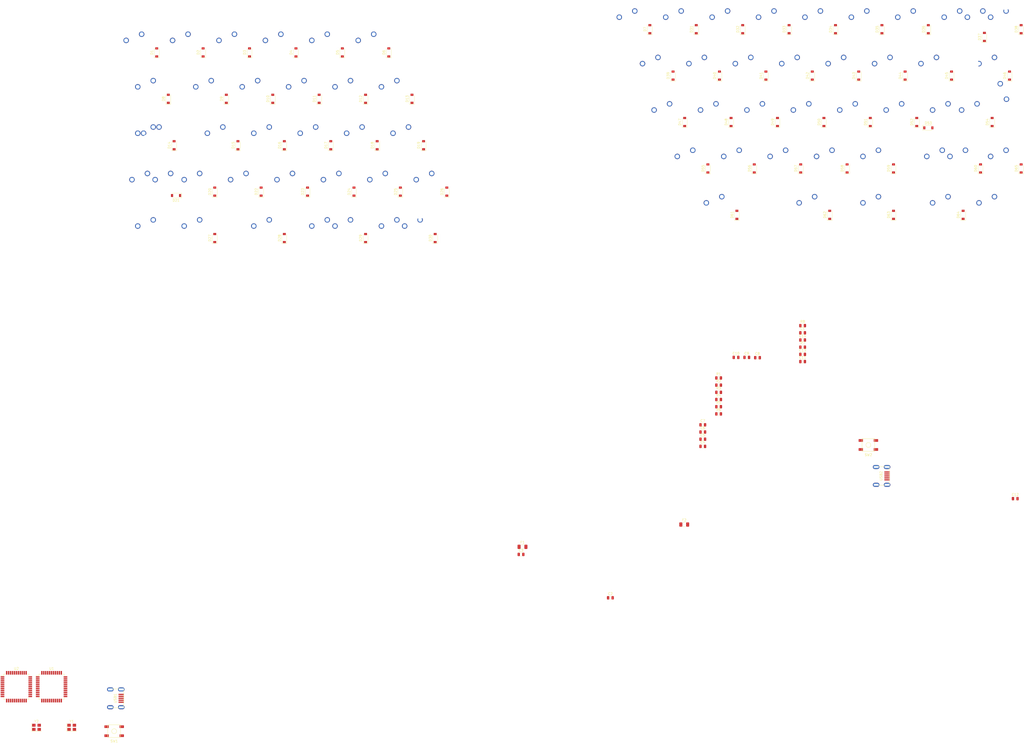
<source format=kicad_pcb>
(kicad_pcb (version 20171130) (host pcbnew "(5.1.4)-1")
  (layers (0 F.Cu signal) (31 B.Cu signal) (34 B.Paste user) (35 F.Paste user) (36 B.SilkS user) (37 F.SilkS user) (38 B.Mask user) (39 F.Mask user) (44 Edge.Cuts user))
  (net 0 "")
  (net 1 GND)
  (net 2 "Net-(C1-Pad1)")
  (net 3 "Net-(C2-Pad1)")
  (net 4 "Net-(C3-Pad1)")
  (net 5 +5V)
  (net 6 "Net-(C8-Pad1)")
  (net 7 "Net-(C9-Pad1)")
  (net 8 "Net-(C10-Pad1)")
  (net 9 "Net-(D1-Pad2)")
  (net 10 L_R0)
  (net 11 "Net-(D2-Pad2)")
  (net 12 "Net-(D3-Pad2)")
  (net 13 "Net-(D4-Pad2)")
  (net 14 "Net-(D5-Pad2)")
  (net 15 "Net-(D6-Pad2)")
  (net 16 "Net-(D7-Pad2)")
  (net 17 "Net-(D8-Pad2)")
  (net 18 L_R1)
  (net 19 "Net-(D9-Pad2)")
  (net 20 "Net-(D10-Pad2)")
  (net 21 "Net-(D11-Pad2)")
  (net 22 "Net-(D12-Pad2)")
  (net 23 "Net-(D13-Pad2)")
  (net 24 "Net-(D14-Pad2)")
  (net 25 L_R2)
  (net 26 "Net-(D15-Pad2)")
  (net 27 "Net-(D16-Pad2)")
  (net 28 "Net-(D17-Pad2)")
  (net 29 "Net-(D18-Pad2)")
  (net 30 "Net-(D19-Pad2)")
  (net 31 "Net-(D20-Pad2)")
  (net 32 L_R3)
  (net 33 "Net-(D21-Pad2)")
  (net 34 "Net-(D22-Pad2)")
  (net 35 "Net-(D23-Pad2)")
  (net 36 "Net-(D24-Pad2)")
  (net 37 "Net-(D25-Pad2)")
  (net 38 "Net-(D26-Pad2)")
  (net 39 "Net-(D27-Pad2)")
  (net 40 L_R4)
  (net 41 "Net-(D28-Pad2)")
  (net 42 "Net-(D29-Pad2)")
  (net 43 "Net-(D30-Pad2)")
  (net 44 "Net-(D31-Pad2)")
  (net 45 R_R0)
  (net 46 "Net-(D32-Pad2)")
  (net 47 "Net-(D33-Pad2)")
  (net 48 "Net-(D34-Pad2)")
  (net 49 "Net-(D35-Pad2)")
  (net 50 "Net-(D36-Pad2)")
  (net 51 "Net-(D37-Pad2)")
  (net 52 "Net-(D38-Pad2)")
  (net 53 "Net-(D39-Pad2)")
  (net 54 R_R1)
  (net 55 "Net-(D40-Pad2)")
  (net 56 "Net-(D41-Pad2)")
  (net 57 "Net-(D42-Pad2)")
  (net 58 "Net-(D43-Pad2)")
  (net 59 "Net-(D44-Pad2)")
  (net 60 "Net-(D45-Pad2)")
  (net 61 "Net-(D46-Pad2)")
  (net 62 "Net-(D47-Pad2)")
  (net 63 R_R2)
  (net 64 "Net-(D48-Pad2)")
  (net 65 "Net-(D49-Pad2)")
  (net 66 "Net-(D50-Pad2)")
  (net 67 "Net-(D51-Pad2)")
  (net 68 "Net-(D52-Pad2)")
  (net 69 "Net-(D53-Pad2)")
  (net 70 "Net-(D54-Pad2)")
  (net 71 "Net-(D55-Pad2)")
  (net 72 R_R3)
  (net 73 "Net-(D56-Pad2)")
  (net 74 "Net-(D57-Pad2)")
  (net 75 "Net-(D58-Pad2)")
  (net 76 "Net-(D59-Pad2)")
  (net 77 "Net-(D60-Pad2)")
  (net 78 "Net-(D61-Pad2)")
  (net 79 R_R4)
  (net 80 "Net-(D62-Pad2)")
  (net 81 "Net-(D63-Pad2)")
  (net 82 "Net-(D64-Pad2)")
  (net 83 VCC)
  (net 84 L_C1)
  (net 85 L_C2)
  (net 86 "Net-(MX_31-Pad1)")
  (net 87 L_C4)
  (net 88 L_C5)
  (net 89 L_C6)
  (net 90 R_C0)
  (net 91 R_C1)
  (net 92 R_C2)
  (net 93 R_C7)
  (net 94 R_C6)
  (net 95 L_C0)
  (net 96 R_C4)
  (net 97 "Net-(MX_D1-Pad1)")
  (net 98 "Net-(MX_E1-Pad1)")
  (net 99 R_C3)
  (net 100 R_C5)
  (net 101 "Net-(MX_X1-Pad1)")
  (net 102 "Net-(R1-Pad1)")
  (net 103 L_D+)
  (net 104 "Net-(R2-Pad1)")
  (net 105 L_D-)
  (net 106 "Net-(R3-Pad1)")
  (net 107 "Net-(R4-Pad2)")
  (net 108 "Net-(R5-Pad1)")
  (net 109 R_D+)
  (net 110 "Net-(R6-Pad1)")
  (net 111 R_D-)
  (net 112 "Net-(R7-Pad1)")
  (net 113 "Net-(R8-Pad2)")
  (net 114 "Net-(U1-Pad42)")
  (net 115 "Net-(U1-Pad41)")
  (net 116 "Net-(U1-Pad40)")
  (net 117 "Net-(U1-Pad39)")
  (net 118 "Net-(U1-Pad38)")
  (net 119 "Net-(U1-Pad37)")
  (net 120 "Net-(U1-Pad36)")
  (net 121 "Net-(U1-Pad32)")
  (net 122 "Net-(U1-Pad31)")
  (net 123 "Net-(U1-Pad30)")
  (net 124 "Net-(U1-Pad29)")
  (net 125 "Net-(U1-Pad27)")
  (net 126 L_C3)
  (net 127 "Net-(U1-Pad12)")
  (net 128 "Net-(U1-Pad1)")
  (net 129 "Net-(U2-Pad42)")
  (net 130 "Net-(U2-Pad41)")
  (net 131 "Net-(U2-Pad40)")
  (net 132 "Net-(U2-Pad39)")
  (net 133 "Net-(U2-Pad38)")
  (net 134 "Net-(U2-Pad37)")
  (net 135 "Net-(U2-Pad36)")
  (net 136 "Net-(U2-Pad32)")
  (net 137 "Net-(U2-Pad31)")
  (net 138 "Net-(U2-Pad30)")
  (net 139 "Net-(U2-Pad29)")
  (net 140 "Net-(U2-Pad27)")
  (net 141 "Net-(U2-Pad12)")
  (net 142 "Net-(U2-Pad1)")
  (net 143 "Net-(USB1-Pad6)")
  (net 144 "Net-(USB1-Pad2)")
  (net 145 "Net-(USB2-Pad6)")
  (net 146 "Net-(USB2-Pad2)")
  (net 147 "Net-(D65-Pad2)")
  (module Crystal:Crystal_SMD_3225-4Pin_3.2x2.5mm (layer F.Cu) (at 24.48375 555.6225)
    (fp_text reference Y2 (at 0 -2.45) (layer F.SilkS))
    (fp_text value 16MHz)
    (pad 4 smd rect (at -1.1 -0.85) (size 1.4 1.2) (layers F.Cu F.Paste F.Mask) (net 6 "Net-(C8-Pad1)"))
    (pad 3 smd rect (at 1.1 -0.85) (size 1.4 1.2) (layers F.Cu F.Paste F.Mask) (net 1 GND))
    (pad 2 smd rect (at 1.1 0.85) (size 1.4 1.2) (layers F.Cu F.Paste F.Mask) (net 7 "Net-(C9-Pad1)"))
    (pad 1 smd rect (at -1.1 0.85) (size 1.4 1.2) (layers F.Cu F.Paste F.Mask) (net 1 GND))
  )
  (module Crystal:Crystal_SMD_3225-4Pin_3.2x2.5mm (layer F.Cu) (at 38.93375 555.6225)
    (fp_text reference Y1 (at 0 -2.45) (layer F.SilkS))
    (fp_text value 16MHz)
    (pad 4 smd rect (at -1.1 -0.85) (size 1.4 1.2) (layers F.Cu F.Paste F.Mask) (net 2 "Net-(C1-Pad1)"))
    (pad 3 smd rect (at 1.1 -0.85) (size 1.4 1.2) (layers F.Cu F.Paste F.Mask) (net 1 GND))
    (pad 2 smd rect (at 1.1 0.85) (size 1.4 1.2) (layers F.Cu F.Paste F.Mask) (net 3 "Net-(C2-Pad1)"))
    (pad 1 smd rect (at -1.1 0.85) (size 1.4 1.2) (layers F.Cu F.Paste F.Mask) (net 1 GND))
  )
  (module MX_Only:MXOnly-1.25U-NoLED (layer F.Cu) (at 341.3125 342.9)
    (fp_text reference MX_RExtra1)
    (fp_text value MX-NoLED)
    (pad 2 thru_hole circle (at 2.54 -5.08) (size 2.25 2.25) (drill 1.47) (layers *.Cu B.Mask) (net 80 "Net-(D62-Pad2)"))
    (pad "" np_thru_hole circle (at 0 0) (size 3.9878 3.9878) (drill 3.9878) (layers *.Cu *.Mask))
    (pad 1 thru_hole circle (at -3.81 -2.54) (size 2.25 2.25) (drill 1.47) (layers *.Cu B.Mask) (net 91 R_C1))
    (pad "" np_thru_hole circle (at -5.08 0 48.0996) (size 1.75 1.75) (drill 1.75) (layers *.Cu *.Mask))
    (pad "" np_thru_hole circle (at 5.08 0 48.0996) (size 1.75 1.75) (drill 1.75) (layers *.Cu *.Mask))
  )
  (module MX_Only:MXOnly-1.5U-NoLED (layer F.Cu) (at 396.08125 342.9)
    (fp_text reference MX_RCtrl2)
    (fp_text value MX-NoLED)
    (pad 2 thru_hole circle (at 2.54 -5.08) (size 2.25 2.25) (drill 1.47) (layers *.Cu B.Mask) (net 82 "Net-(D64-Pad2)"))
    (pad "" np_thru_hole circle (at 0 0) (size 3.9878 3.9878) (drill 3.9878) (layers *.Cu *.Mask))
    (pad 1 thru_hole circle (at -3.81 -2.54) (size 2.25 2.25) (drill 1.47) (layers *.Cu B.Mask) (net 99 R_C3))
    (pad "" np_thru_hole circle (at -5.08 0 48.0996) (size 1.75 1.75) (drill 1.75) (layers *.Cu *.Mask))
    (pad "" np_thru_hole circle (at 5.08 0 48.0996) (size 1.75 1.75) (drill 1.75) (layers *.Cu *.Mask))
  )
  (module MX_Only:MXOnly-1.5U-NoLED (layer F.Cu) (at 415.13125 342.9)
    (fp_text reference MX_RCtrl1)
    (fp_text value MX-NoLED)
    (pad 2 thru_hole circle (at 2.54 -5.08) (size 2.25 2.25) (drill 1.47) (layers *.Cu B.Mask) (net 82 "Net-(D64-Pad2)"))
    (pad "" np_thru_hole circle (at 0 0) (size 3.9878 3.9878) (drill 3.9878) (layers *.Cu *.Mask))
    (pad 1 thru_hole circle (at -3.81 -2.54) (size 2.25 2.25) (drill 1.47) (layers *.Cu B.Mask) (net 99 R_C3))
    (pad "" np_thru_hole circle (at -5.08 0 48.0996) (size 1.75 1.75) (drill 1.75) (layers *.Cu *.Mask))
    (pad "" np_thru_hole circle (at 5.08 0 48.0996) (size 1.75 1.75) (drill 1.75) (layers *.Cu *.Mask))
  )
  (module MX_Only:MXOnly-1.5U-NoLED (layer F.Cu) (at 367.50625 342.9)
    (fp_text reference MX_RAlt1)
    (fp_text value MX-NoLED)
    (pad 2 thru_hole circle (at 2.54 -5.08) (size 2.25 2.25) (drill 1.47) (layers *.Cu B.Mask) (net 81 "Net-(D63-Pad2)"))
    (pad "" np_thru_hole circle (at 0 0) (size 3.9878 3.9878) (drill 3.9878) (layers *.Cu *.Mask))
    (pad 1 thru_hole circle (at -3.81 -2.54) (size 2.25 2.25) (drill 1.47) (layers *.Cu B.Mask) (net 92 R_C2))
    (pad "" np_thru_hole circle (at -5.08 0 48.0996) (size 1.75 1.75) (drill 1.75) (layers *.Cu *.Mask))
    (pad "" np_thru_hole circle (at 5.08 0 48.0996) (size 1.75 1.75) (drill 1.75) (layers *.Cu *.Mask))
  )
  (module MX_Only:MXOnly-2.75U-NoLED (layer F.Cu) (at 403.225 323.85)
    (fp_text reference MX_RShift1)
    (fp_text value MX-NoLED)
    (pad 2 thru_hole circle (at 2.54 -5.08) (size 2.25 2.25) (drill 1.47) (layers *.Cu B.Mask) (net 77 "Net-(D60-Pad2)"))
    (pad "" np_thru_hole circle (at 0 0) (size 3.9878 3.9878) (drill 3.9878) (layers *.Cu *.Mask))
    (pad 1 thru_hole circle (at -3.81 -2.54) (size 2.25 2.25) (drill 1.47) (layers *.Cu B.Mask) (net 100 R_C5))
    (pad "" np_thru_hole circle (at -5.08 0 48.0996) (size 1.75 1.75) (drill 1.75) (layers *.Cu *.Mask))
    (pad "" np_thru_hole circle (at 5.08 0 48.0996) (size 1.75 1.75) (drill 1.75) (layers *.Cu *.Mask))
    (pad "" np_thru_hole circle (at -11.90625 -6.985) (size 3.048 3.048) (drill 3.048) (layers *.Cu *.Mask))
    (pad "" np_thru_hole circle (at 11.90625 -6.985) (size 3.048 3.048) (drill 3.048) (layers *.Cu *.Mask))
    (pad "" np_thru_hole circle (at -11.90625 8.255) (size 3.9878 3.9878) (drill 3.9878) (layers *.Cu *.Mask))
    (pad "" np_thru_hole circle (at 11.90625 8.255) (size 3.9878 3.9878) (drill 3.9878) (layers *.Cu *.Mask))
  )
  (module MX_Only:MXOnly-1U-NoLED (layer F.Cu) (at 419.89375 323.85)
    (fp_text reference MX_Fn1)
    (fp_text value MX-NoLED)
    (pad 2 thru_hole circle (at 2.54 -5.08) (size 2.25 2.25) (drill 1.47) (layers *.Cu B.Mask) (net 147 "Net-(D65-Pad2)"))
    (pad "" np_thru_hole circle (at 0 0) (size 3.9878 3.9878) (drill 3.9878) (layers *.Cu *.Mask))
    (pad 1 thru_hole circle (at -3.81 -2.54) (size 2.25 2.25) (drill 1.47) (layers *.Cu B.Mask) (net 93 R_C7))
    (pad "" np_thru_hole circle (at -5.08 0 48.0996) (size 1.75 1.75) (drill 1.75) (layers *.Cu *.Mask))
    (pad "" np_thru_hole circle (at 5.08 0 48.0996) (size 1.75 1.75) (drill 1.75) (layers *.Cu *.Mask))
  )
  (module Diode_SMD:D_SOD-123 (layer F.Cu) (at 428.625 326.23125 90)
    (fp_text reference D65 (at 0 -2 90) (layer F.SilkS))
    (fp_text value D_Small)
    (pad 2 smd rect (at 1.65 0 90) (size 0.9 1.2) (layers F.Cu F.Paste F.Mask) (net 147 "Net-(D65-Pad2)"))
    (pad 1 smd rect (at -1.65 0 90) (size 0.9 1.2) (layers F.Cu F.Paste F.Mask) (net 72 R_R3))
  )
  (module MX_Only:MXOnly-1.5U-NoLED (layer F.Cu) (at 69.85 314.325)
    (fp_text reference MX_Caps2)
    (fp_text value MX-NoLED)
    (pad 2 thru_hole circle (at 2.54 -5.08) (size 2.25 2.25) (drill 1.47) (layers *.Cu B.Mask) (net 24 "Net-(D14-Pad2)"))
    (pad "" np_thru_hole circle (at 0 0) (size 3.9878 3.9878) (drill 3.9878) (layers *.Cu *.Mask))
    (pad 1 thru_hole circle (at -3.81 -2.54) (size 2.25 2.25) (drill 1.47) (layers *.Cu B.Mask) (net 95 L_C0))
    (pad "" np_thru_hole circle (at -5.08 0 48.0996) (size 1.75 1.75) (drill 1.75) (layers *.Cu *.Mask))
    (pad "" np_thru_hole circle (at 5.08 0 48.0996) (size 1.75 1.75) (drill 1.75) (layers *.Cu *.Mask))
  )
  (module MX_Only:MXOnly-1.25U-NoLED (layer F.Cu) (at 67.46875 333.375)
    (fp_text reference MX_LShift2)
    (fp_text value MX-NoLED)
    (pad 2 thru_hole circle (at 2.54 -5.08) (size 2.25 2.25) (drill 1.47) (layers *.Cu B.Mask) (net 33 "Net-(D21-Pad2)"))
    (pad "" np_thru_hole circle (at 0 0) (size 3.9878 3.9878) (drill 3.9878) (layers *.Cu *.Mask))
    (pad 1 thru_hole circle (at -3.81 -2.54) (size 2.25 2.25) (drill 1.47) (layers *.Cu B.Mask) (net 84 L_C1))
    (pad "" np_thru_hole circle (at -5.08 0 48.0996) (size 1.75 1.75) (drill 1.75) (layers *.Cu *.Mask))
    (pad "" np_thru_hole circle (at 5.08 0 48.0996) (size 1.75 1.75) (drill 1.75) (layers *.Cu *.Mask))
  )
  (module random-keyboard-parts:Molex-0548190589 (layer F.Cu) (at 369.09375 452.4375)
    (fp_text reference USB2 (at 2.032 0 90) (layer F.SilkS))
    (fp_text value Molex-0548190589)
    (pad 6 thru_hole oval (at 0 -3.65) (size 2.7 1.7) (drill oval 1.9 0.7) (layers *.Cu *.Mask) (net 145 "Net-(USB2-Pad6)"))
    (pad 6 thru_hole oval (at 0 3.65) (size 2.7 1.7) (drill oval 1.9 0.7) (layers *.Cu *.Mask) (net 145 "Net-(USB2-Pad6)"))
    (pad 6 thru_hole oval (at 4.5 3.65) (size 2.7 1.7) (drill oval 1.9 0.7) (layers *.Cu *.Mask) (net 145 "Net-(USB2-Pad6)"))
    (pad 6 thru_hole oval (at 4.5 -3.65) (size 2.7 1.7) (drill oval 1.9 0.7) (layers *.Cu *.Mask) (net 145 "Net-(USB2-Pad6)"))
    (pad 5 smd rect (at 4.5 -1.6) (size 2.25 0.5) (layers F.Cu F.Paste F.Mask) (net 83 VCC))
    (pad 4 smd rect (at 4.5 -0.8) (size 2.25 0.5) (layers F.Cu F.Paste F.Mask) (net 111 R_D-))
    (pad 3 smd rect (at 4.5 0) (size 2.25 0.5) (layers F.Cu F.Paste F.Mask) (net 109 R_D+))
    (pad 2 smd rect (at 4.5 0.8) (size 2.25 0.5) (layers F.Cu F.Paste F.Mask) (net 146 "Net-(USB2-Pad2)"))
    (pad 1 smd rect (at 4.5 1.6) (size 2.25 0.5) (layers F.Cu F.Paste F.Mask) (net 1 GND))
  )
  (module random-keyboard-parts:Molex-0548190589 (layer F.Cu) (at 54.76875 543.71875)
    (fp_text reference USB1 (at 2.032 0 90) (layer F.SilkS))
    (fp_text value Molex-0548190589)
    (pad 6 thru_hole oval (at 0 -3.65) (size 2.7 1.7) (drill oval 1.9 0.7) (layers *.Cu *.Mask) (net 143 "Net-(USB1-Pad6)"))
    (pad 6 thru_hole oval (at 0 3.65) (size 2.7 1.7) (drill oval 1.9 0.7) (layers *.Cu *.Mask) (net 143 "Net-(USB1-Pad6)"))
    (pad 6 thru_hole oval (at 4.5 3.65) (size 2.7 1.7) (drill oval 1.9 0.7) (layers *.Cu *.Mask) (net 143 "Net-(USB1-Pad6)"))
    (pad 6 thru_hole oval (at 4.5 -3.65) (size 2.7 1.7) (drill oval 1.9 0.7) (layers *.Cu *.Mask) (net 143 "Net-(USB1-Pad6)"))
    (pad 5 smd rect (at 4.5 -1.6) (size 2.25 0.5) (layers F.Cu F.Paste F.Mask) (net 83 VCC))
    (pad 4 smd rect (at 4.5 -0.8) (size 2.25 0.5) (layers F.Cu F.Paste F.Mask) (net 105 L_D-))
    (pad 3 smd rect (at 4.5 0) (size 2.25 0.5) (layers F.Cu F.Paste F.Mask) (net 103 L_D+))
    (pad 2 smd rect (at 4.5 0.8) (size 2.25 0.5) (layers F.Cu F.Paste F.Mask) (net 144 "Net-(USB1-Pad2)"))
    (pad 1 smd rect (at 4.5 1.6) (size 2.25 0.5) (layers F.Cu F.Paste F.Mask) (net 1 GND))
  )
  (module Package_QFP:TQFP-44_10x10mm_P0.8mm (layer F.Cu) (at 16.22125 538.95375)
    (fp_text reference U2 (at 0 -7.45) (layer F.SilkS))
    (fp_text value ATmega32U4-AU)
    (pad 44 smd rect (at -4 -5.7 90) (size 1.5 0.55) (layers F.Cu F.Paste F.Mask) (net 5 +5V))
    (pad 43 smd rect (at -3.2 -5.7 90) (size 1.5 0.55) (layers F.Cu F.Paste F.Mask) (net 1 GND))
    (pad 42 smd rect (at -2.4 -5.7 90) (size 1.5 0.55) (layers F.Cu F.Paste F.Mask) (net 129 "Net-(U2-Pad42)"))
    (pad 41 smd rect (at -1.6 -5.7 90) (size 1.5 0.55) (layers F.Cu F.Paste F.Mask) (net 130 "Net-(U2-Pad41)"))
    (pad 40 smd rect (at -0.8 -5.7 90) (size 1.5 0.55) (layers F.Cu F.Paste F.Mask) (net 131 "Net-(U2-Pad40)"))
    (pad 39 smd rect (at 0 -5.7 90) (size 1.5 0.55) (layers F.Cu F.Paste F.Mask) (net 132 "Net-(U2-Pad39)"))
    (pad 38 smd rect (at 0.8 -5.7 90) (size 1.5 0.55) (layers F.Cu F.Paste F.Mask) (net 133 "Net-(U2-Pad38)"))
    (pad 37 smd rect (at 1.6 -5.7 90) (size 1.5 0.55) (layers F.Cu F.Paste F.Mask) (net 134 "Net-(U2-Pad37)"))
    (pad 36 smd rect (at 2.4 -5.7 90) (size 1.5 0.55) (layers F.Cu F.Paste F.Mask) (net 135 "Net-(U2-Pad36)"))
    (pad 35 smd rect (at 3.2 -5.7 90) (size 1.5 0.55) (layers F.Cu F.Paste F.Mask) (net 1 GND))
    (pad 34 smd rect (at 4 -5.7 90) (size 1.5 0.55) (layers F.Cu F.Paste F.Mask) (net 5 +5V))
    (pad 33 smd rect (at 5.7 -4) (size 1.5 0.55) (layers F.Cu F.Paste F.Mask) (net 113 "Net-(R8-Pad2)"))
    (pad 32 smd rect (at 5.7 -3.2) (size 1.5 0.55) (layers F.Cu F.Paste F.Mask) (net 136 "Net-(U2-Pad32)"))
    (pad 31 smd rect (at 5.7 -2.4) (size 1.5 0.55) (layers F.Cu F.Paste F.Mask) (net 137 "Net-(U2-Pad31)"))
    (pad 30 smd rect (at 5.7 -1.6) (size 1.5 0.55) (layers F.Cu F.Paste F.Mask) (net 138 "Net-(U2-Pad30)"))
    (pad 29 smd rect (at 5.7 -0.8) (size 1.5 0.55) (layers F.Cu F.Paste F.Mask) (net 139 "Net-(U2-Pad29)"))
    (pad 28 smd rect (at 5.7 0) (size 1.5 0.55) (layers F.Cu F.Paste F.Mask) (net 79 R_R4))
    (pad 27 smd rect (at 5.7 0.8) (size 1.5 0.55) (layers F.Cu F.Paste F.Mask) (net 140 "Net-(U2-Pad27)"))
    (pad 26 smd rect (at 5.7 1.6) (size 1.5 0.55) (layers F.Cu F.Paste F.Mask) (net 94 R_C6))
    (pad 25 smd rect (at 5.7 2.4) (size 1.5 0.55) (layers F.Cu F.Paste F.Mask) (net 96 R_C4))
    (pad 24 smd rect (at 5.7 3.2) (size 1.5 0.55) (layers F.Cu F.Paste F.Mask) (net 5 +5V))
    (pad 23 smd rect (at 5.7 4) (size 1.5 0.55) (layers F.Cu F.Paste F.Mask) (net 1 GND))
    (pad 22 smd rect (at 4 5.7 90) (size 1.5 0.55) (layers F.Cu F.Paste F.Mask) (net 100 R_C5))
    (pad 21 smd rect (at 3.2 5.7 90) (size 1.5 0.55) (layers F.Cu F.Paste F.Mask) (net 99 R_C3))
    (pad 20 smd rect (at 2.4 5.7 90) (size 1.5 0.55) (layers F.Cu F.Paste F.Mask) (net 92 R_C2))
    (pad 19 smd rect (at 1.6 5.7 90) (size 1.5 0.55) (layers F.Cu F.Paste F.Mask) (net 91 R_C1))
    (pad 18 smd rect (at 0.8 5.7 90) (size 1.5 0.55) (layers F.Cu F.Paste F.Mask) (net 90 R_C0))
    (pad 17 smd rect (at 0 5.7 90) (size 1.5 0.55) (layers F.Cu F.Paste F.Mask) (net 6 "Net-(C8-Pad1)"))
    (pad 16 smd rect (at -0.8 5.7 90) (size 1.5 0.55) (layers F.Cu F.Paste F.Mask) (net 7 "Net-(C9-Pad1)"))
    (pad 15 smd rect (at -1.6 5.7 90) (size 1.5 0.55) (layers F.Cu F.Paste F.Mask) (net 1 GND))
    (pad 14 smd rect (at -2.4 5.7 90) (size 1.5 0.55) (layers F.Cu F.Paste F.Mask) (net 5 +5V))
    (pad 13 smd rect (at -3.2 5.7 90) (size 1.5 0.55) (layers F.Cu F.Paste F.Mask) (net 108 "Net-(R5-Pad1)"))
    (pad 12 smd rect (at -4 5.7 90) (size 1.5 0.55) (layers F.Cu F.Paste F.Mask) (net 141 "Net-(U2-Pad12)"))
    (pad 11 smd rect (at -5.7 4) (size 1.5 0.55) (layers F.Cu F.Paste F.Mask) (net 72 R_R3))
    (pad 10 smd rect (at -5.7 3.2) (size 1.5 0.55) (layers F.Cu F.Paste F.Mask) (net 63 R_R2))
    (pad 9 smd rect (at -5.7 2.4) (size 1.5 0.55) (layers F.Cu F.Paste F.Mask) (net 54 R_R1))
    (pad 8 smd rect (at -5.7 1.6) (size 1.5 0.55) (layers F.Cu F.Paste F.Mask) (net 45 R_R0))
    (pad 7 smd rect (at -5.7 0.8) (size 1.5 0.55) (layers F.Cu F.Paste F.Mask) (net 5 +5V))
    (pad 6 smd rect (at -5.7 0) (size 1.5 0.55) (layers F.Cu F.Paste F.Mask) (net 8 "Net-(C10-Pad1)"))
    (pad 5 smd rect (at -5.7 -0.8) (size 1.5 0.55) (layers F.Cu F.Paste F.Mask) (net 1 GND))
    (pad 4 smd rect (at -5.7 -1.6) (size 1.5 0.55) (layers F.Cu F.Paste F.Mask) (net 110 "Net-(R6-Pad1)"))
    (pad 3 smd rect (at -5.7 -2.4) (size 1.5 0.55) (layers F.Cu F.Paste F.Mask) (net 112 "Net-(R7-Pad1)"))
    (pad 2 smd rect (at -5.7 -3.2) (size 1.5 0.55) (layers F.Cu F.Paste F.Mask) (net 5 +5V))
    (pad 1 smd rect (at -5.7 -4) (size 1.5 0.55) (layers F.Cu F.Paste F.Mask) (net 142 "Net-(U2-Pad1)"))
  )
  (module Package_QFP:TQFP-44_10x10mm_P0.8mm (layer F.Cu) (at 30.67125 538.95375)
    (fp_text reference U1 (at 0 -7.45) (layer F.SilkS))
    (fp_text value ATmega32U4-AU)
    (pad 44 smd rect (at -4 -5.7 90) (size 1.5 0.55) (layers F.Cu F.Paste F.Mask) (net 5 +5V))
    (pad 43 smd rect (at -3.2 -5.7 90) (size 1.5 0.55) (layers F.Cu F.Paste F.Mask) (net 1 GND))
    (pad 42 smd rect (at -2.4 -5.7 90) (size 1.5 0.55) (layers F.Cu F.Paste F.Mask) (net 114 "Net-(U1-Pad42)"))
    (pad 41 smd rect (at -1.6 -5.7 90) (size 1.5 0.55) (layers F.Cu F.Paste F.Mask) (net 115 "Net-(U1-Pad41)"))
    (pad 40 smd rect (at -0.8 -5.7 90) (size 1.5 0.55) (layers F.Cu F.Paste F.Mask) (net 116 "Net-(U1-Pad40)"))
    (pad 39 smd rect (at 0 -5.7 90) (size 1.5 0.55) (layers F.Cu F.Paste F.Mask) (net 117 "Net-(U1-Pad39)"))
    (pad 38 smd rect (at 0.8 -5.7 90) (size 1.5 0.55) (layers F.Cu F.Paste F.Mask) (net 118 "Net-(U1-Pad38)"))
    (pad 37 smd rect (at 1.6 -5.7 90) (size 1.5 0.55) (layers F.Cu F.Paste F.Mask) (net 119 "Net-(U1-Pad37)"))
    (pad 36 smd rect (at 2.4 -5.7 90) (size 1.5 0.55) (layers F.Cu F.Paste F.Mask) (net 120 "Net-(U1-Pad36)"))
    (pad 35 smd rect (at 3.2 -5.7 90) (size 1.5 0.55) (layers F.Cu F.Paste F.Mask) (net 1 GND))
    (pad 34 smd rect (at 4 -5.7 90) (size 1.5 0.55) (layers F.Cu F.Paste F.Mask) (net 5 +5V))
    (pad 33 smd rect (at 5.7 -4) (size 1.5 0.55) (layers F.Cu F.Paste F.Mask) (net 107 "Net-(R4-Pad2)"))
    (pad 32 smd rect (at 5.7 -3.2) (size 1.5 0.55) (layers F.Cu F.Paste F.Mask) (net 121 "Net-(U1-Pad32)"))
    (pad 31 smd rect (at 5.7 -2.4) (size 1.5 0.55) (layers F.Cu F.Paste F.Mask) (net 122 "Net-(U1-Pad31)"))
    (pad 30 smd rect (at 5.7 -1.6) (size 1.5 0.55) (layers F.Cu F.Paste F.Mask) (net 123 "Net-(U1-Pad30)"))
    (pad 29 smd rect (at 5.7 -0.8) (size 1.5 0.55) (layers F.Cu F.Paste F.Mask) (net 124 "Net-(U1-Pad29)"))
    (pad 28 smd rect (at 5.7 0) (size 1.5 0.55) (layers F.Cu F.Paste F.Mask) (net 40 L_R4))
    (pad 27 smd rect (at 5.7 0.8) (size 1.5 0.55) (layers F.Cu F.Paste F.Mask) (net 125 "Net-(U1-Pad27)"))
    (pad 26 smd rect (at 5.7 1.6) (size 1.5 0.55) (layers F.Cu F.Paste F.Mask) (net 89 L_C6))
    (pad 25 smd rect (at 5.7 2.4) (size 1.5 0.55) (layers F.Cu F.Paste F.Mask) (net 87 L_C4))
    (pad 24 smd rect (at 5.7 3.2) (size 1.5 0.55) (layers F.Cu F.Paste F.Mask) (net 5 +5V))
    (pad 23 smd rect (at 5.7 4) (size 1.5 0.55) (layers F.Cu F.Paste F.Mask) (net 1 GND))
    (pad 22 smd rect (at 4 5.7 90) (size 1.5 0.55) (layers F.Cu F.Paste F.Mask) (net 88 L_C5))
    (pad 21 smd rect (at 3.2 5.7 90) (size 1.5 0.55) (layers F.Cu F.Paste F.Mask) (net 126 L_C3))
    (pad 20 smd rect (at 2.4 5.7 90) (size 1.5 0.55) (layers F.Cu F.Paste F.Mask) (net 85 L_C2))
    (pad 19 smd rect (at 1.6 5.7 90) (size 1.5 0.55) (layers F.Cu F.Paste F.Mask) (net 84 L_C1))
    (pad 18 smd rect (at 0.8 5.7 90) (size 1.5 0.55) (layers F.Cu F.Paste F.Mask) (net 95 L_C0))
    (pad 17 smd rect (at 0 5.7 90) (size 1.5 0.55) (layers F.Cu F.Paste F.Mask) (net 2 "Net-(C1-Pad1)"))
    (pad 16 smd rect (at -0.8 5.7 90) (size 1.5 0.55) (layers F.Cu F.Paste F.Mask) (net 3 "Net-(C2-Pad1)"))
    (pad 15 smd rect (at -1.6 5.7 90) (size 1.5 0.55) (layers F.Cu F.Paste F.Mask) (net 1 GND))
    (pad 14 smd rect (at -2.4 5.7 90) (size 1.5 0.55) (layers F.Cu F.Paste F.Mask) (net 5 +5V))
    (pad 13 smd rect (at -3.2 5.7 90) (size 1.5 0.55) (layers F.Cu F.Paste F.Mask) (net 102 "Net-(R1-Pad1)"))
    (pad 12 smd rect (at -4 5.7 90) (size 1.5 0.55) (layers F.Cu F.Paste F.Mask) (net 127 "Net-(U1-Pad12)"))
    (pad 11 smd rect (at -5.7 4) (size 1.5 0.55) (layers F.Cu F.Paste F.Mask) (net 32 L_R3))
    (pad 10 smd rect (at -5.7 3.2) (size 1.5 0.55) (layers F.Cu F.Paste F.Mask) (net 25 L_R2))
    (pad 9 smd rect (at -5.7 2.4) (size 1.5 0.55) (layers F.Cu F.Paste F.Mask) (net 18 L_R1))
    (pad 8 smd rect (at -5.7 1.6) (size 1.5 0.55) (layers F.Cu F.Paste F.Mask) (net 10 L_R0))
    (pad 7 smd rect (at -5.7 0.8) (size 1.5 0.55) (layers F.Cu F.Paste F.Mask) (net 5 +5V))
    (pad 6 smd rect (at -5.7 0) (size 1.5 0.55) (layers F.Cu F.Paste F.Mask) (net 4 "Net-(C3-Pad1)"))
    (pad 5 smd rect (at -5.7 -0.8) (size 1.5 0.55) (layers F.Cu F.Paste F.Mask) (net 1 GND))
    (pad 4 smd rect (at -5.7 -1.6) (size 1.5 0.55) (layers F.Cu F.Paste F.Mask) (net 104 "Net-(R2-Pad1)"))
    (pad 3 smd rect (at -5.7 -2.4) (size 1.5 0.55) (layers F.Cu F.Paste F.Mask) (net 106 "Net-(R3-Pad1)"))
    (pad 2 smd rect (at -5.7 -3.2) (size 1.5 0.55) (layers F.Cu F.Paste F.Mask) (net 5 +5V))
    (pad 1 smd rect (at -5.7 -4) (size 1.5 0.55) (layers F.Cu F.Paste F.Mask) (net 128 "Net-(U1-Pad1)"))
  )
  (module random-keyboard-parts:SKQG-1155865 (layer F.Cu) (at 365.91875 439.7375)
    (fp_text reference SW2 (at 0 4.064) (layer F.SilkS))
    (fp_text value SW_Push)
    (pad 4 smd rect (at -3.1 1.85) (size 1.8 1.1) (layers F.Cu F.Paste F.Mask))
    (pad 3 smd rect (at 3.1 -1.85) (size 1.8 1.1) (layers F.Cu F.Paste F.Mask))
    (pad 2 smd rect (at -3.1 -1.85) (size 1.8 1.1) (layers F.Cu F.Paste F.Mask) (net 108 "Net-(R5-Pad1)"))
    (pad 1 smd rect (at 3.1 1.85) (size 1.8 1.1) (layers F.Cu F.Paste F.Mask) (net 1 GND))
  )
  (module random-keyboard-parts:SKQG-1155865 (layer F.Cu) (at 56.35625 557.2125)
    (fp_text reference SW1 (at 0 4.064) (layer F.SilkS))
    (fp_text value SW_Push)
    (pad 4 smd rect (at -3.1 1.85) (size 1.8 1.1) (layers F.Cu F.Paste F.Mask))
    (pad 3 smd rect (at 3.1 -1.85) (size 1.8 1.1) (layers F.Cu F.Paste F.Mask))
    (pad 2 smd rect (at -3.1 -1.85) (size 1.8 1.1) (layers F.Cu F.Paste F.Mask) (net 102 "Net-(R1-Pad1)"))
    (pad 1 smd rect (at 3.1 1.85) (size 1.8 1.1) (layers F.Cu F.Paste F.Mask) (net 1 GND))
  )
  (module Resistor_SMD:R_0805_2012Metric (layer F.Cu) (at 338.93125 390.75)
    (fp_text reference R8 (at 0 -1.65) (layer F.SilkS))
    (fp_text value 10k)
    (pad 2 smd roundrect (at 0.9375 0) (size 0.975 1.4) (layers F.Cu F.Paste F.Mask) (net 113 "Net-(R8-Pad2)"))
    (pad 1 smd roundrect (at -0.9375 0) (size 0.975 1.4) (layers F.Cu F.Paste F.Mask) (net 1 GND))
  )
  (module Resistor_SMD:R_0805_2012Metric (layer F.Cu) (at 338.93125 399.6)
    (fp_text reference R7 (at 0 -1.65) (layer F.SilkS))
    (fp_text value 22)
    (pad 2 smd roundrect (at 0.9375 0) (size 0.975 1.4) (layers F.Cu F.Paste F.Mask) (net 111 R_D-))
    (pad 1 smd roundrect (at -0.9375 0) (size 0.975 1.4) (layers F.Cu F.Paste F.Mask) (net 112 "Net-(R7-Pad1)"))
  )
  (module Resistor_SMD:R_0805_2012Metric (layer F.Cu) (at 304.45125 426.98)
    (fp_text reference R6 (at 0 -1.65) (layer F.SilkS))
    (fp_text value 22)
    (pad 2 smd roundrect (at 0.9375 0) (size 0.975 1.4) (layers F.Cu F.Paste F.Mask) (net 109 R_D+))
    (pad 1 smd roundrect (at -0.9375 0) (size 0.975 1.4) (layers F.Cu F.Paste F.Mask) (net 110 "Net-(R6-Pad1)"))
  )
  (module Resistor_SMD:R_0805_2012Metric (layer F.Cu) (at 304.45125 424.03)
    (fp_text reference R5 (at 0 -1.65) (layer F.SilkS))
    (fp_text value 10k)
    (pad 2 smd roundrect (at 0.9375 0) (size 0.975 1.4) (layers F.Cu F.Paste F.Mask) (net 5 +5V))
    (pad 1 smd roundrect (at -0.9375 0) (size 0.975 1.4) (layers F.Cu F.Paste F.Mask) (net 108 "Net-(R5-Pad1)"))
  )
  (module Resistor_SMD:R_0805_2012Metric (layer F.Cu) (at 304.45125 421.08)
    (fp_text reference R4 (at 0 -1.65) (layer F.SilkS))
    (fp_text value 10k)
    (pad 2 smd roundrect (at 0.9375 0) (size 0.975 1.4) (layers F.Cu F.Paste F.Mask) (net 107 "Net-(R4-Pad2)"))
    (pad 1 smd roundrect (at -0.9375 0) (size 0.975 1.4) (layers F.Cu F.Paste F.Mask) (net 1 GND))
  )
  (module Resistor_SMD:R_0805_2012Metric (layer F.Cu) (at 304.45125 418.13)
    (fp_text reference R3 (at 0 -1.65) (layer F.SilkS))
    (fp_text value 22)
    (pad 2 smd roundrect (at 0.9375 0) (size 0.975 1.4) (layers F.Cu F.Paste F.Mask) (net 105 L_D-))
    (pad 1 smd roundrect (at -0.9375 0) (size 0.975 1.4) (layers F.Cu F.Paste F.Mask) (net 106 "Net-(R3-Pad1)"))
  )
  (module Resistor_SMD:R_0805_2012Metric (layer F.Cu) (at 304.45125 415.18)
    (fp_text reference R2 (at 0 -1.65) (layer F.SilkS))
    (fp_text value 22)
    (pad 2 smd roundrect (at 0.9375 0) (size 0.975 1.4) (layers F.Cu F.Paste F.Mask) (net 103 L_D+))
    (pad 1 smd roundrect (at -0.9375 0) (size 0.975 1.4) (layers F.Cu F.Paste F.Mask) (net 104 "Net-(R2-Pad1)"))
  )
  (module Resistor_SMD:R_0805_2012Metric (layer F.Cu) (at 304.45125 412.23)
    (fp_text reference R1 (at 0 -1.65) (layer F.SilkS))
    (fp_text value 10k)
    (pad 2 smd roundrect (at 0.9375 0) (size 0.975 1.4) (layers F.Cu F.Paste F.Mask) (net 5 +5V))
    (pad 1 smd roundrect (at -0.9375 0) (size 0.975 1.4) (layers F.Cu F.Paste F.Mask) (net 102 "Net-(R1-Pad1)"))
  )
  (module MX_Only:MXOnly-1U-NoLED (layer F.Cu) (at 343.69375 266.7)
    (fp_text reference MX_Zero1)
    (fp_text value MX-NoLED)
    (pad 2 thru_hole circle (at 2.54 -5.08) (size 2.25 2.25) (drill 1.47) (layers *.Cu B.Mask) (net 48 "Net-(D34-Pad2)"))
    (pad "" np_thru_hole circle (at 0 0) (size 3.9878 3.9878) (drill 3.9878) (layers *.Cu *.Mask))
    (pad 1 thru_hole circle (at -3.81 -2.54) (size 2.25 2.25) (drill 1.47) (layers *.Cu B.Mask) (net 99 R_C3))
    (pad "" np_thru_hole circle (at -5.08 0 48.0996) (size 1.75 1.75) (drill 1.75) (layers *.Cu *.Mask))
    (pad "" np_thru_hole circle (at 5.08 0 48.0996) (size 1.75 1.75) (drill 1.75) (layers *.Cu *.Mask))
  )
  (module MX_Only:MXOnly-1U-NoLED (layer F.Cu) (at 107.95 333.375)
    (fp_text reference MX_Z1)
    (fp_text value MX-NoLED)
    (pad 2 thru_hole circle (at 2.54 -5.08) (size 2.25 2.25) (drill 1.47) (layers *.Cu B.Mask) (net 34 "Net-(D22-Pad2)"))
    (pad "" np_thru_hole circle (at 0 0) (size 3.9878 3.9878) (drill 3.9878) (layers *.Cu *.Mask))
    (pad 1 thru_hole circle (at -3.81 -2.54) (size 2.25 2.25) (drill 1.47) (layers *.Cu B.Mask) (net 85 L_C2))
    (pad "" np_thru_hole circle (at -5.08 0 48.0996) (size 1.75 1.75) (drill 1.75) (layers *.Cu *.Mask))
    (pad "" np_thru_hole circle (at 5.08 0 48.0996) (size 1.75 1.75) (drill 1.75) (layers *.Cu *.Mask))
  )
  (module MX_Only:MXOnly-1U-NoLED (layer F.Cu) (at 277.01875 285.75)
    (fp_text reference MX_Y1)
    (fp_text value MX-NoLED)
    (pad 2 thru_hole circle (at 2.54 -5.08) (size 2.25 2.25) (drill 1.47) (layers *.Cu B.Mask) (net 53 "Net-(D39-Pad2)"))
    (pad "" np_thru_hole circle (at 0 0) (size 3.9878 3.9878) (drill 3.9878) (layers *.Cu *.Mask))
    (pad 1 thru_hole circle (at -3.81 -2.54) (size 2.25 2.25) (drill 1.47) (layers *.Cu B.Mask) (net 90 R_C0))
    (pad "" np_thru_hole circle (at -5.08 0 48.0996) (size 1.75 1.75) (drill 1.75) (layers *.Cu *.Mask))
    (pad "" np_thru_hole circle (at 5.08 0 48.0996) (size 1.75 1.75) (drill 1.75) (layers *.Cu *.Mask))
  )
  (module MX_Only:MXOnly-1U-NoLED (layer F.Cu) (at 127 333.375)
    (fp_text reference MX_X1)
    (fp_text value MX-NoLED)
    (pad 2 thru_hole circle (at 2.54 -5.08) (size 2.25 2.25) (drill 1.47) (layers *.Cu B.Mask) (net 35 "Net-(D23-Pad2)"))
    (pad "" np_thru_hole circle (at 0 0) (size 3.9878 3.9878) (drill 3.9878) (layers *.Cu *.Mask))
    (pad 1 thru_hole circle (at -3.81 -2.54) (size 2.25 2.25) (drill 1.47) (layers *.Cu B.Mask) (net 101 "Net-(MX_X1-Pad1)"))
    (pad "" np_thru_hole circle (at -5.08 0 48.0996) (size 1.75 1.75) (drill 1.75) (layers *.Cu *.Mask))
    (pad "" np_thru_hole circle (at 5.08 0 48.0996) (size 1.75 1.75) (drill 1.75) (layers *.Cu *.Mask))
  )
  (module MX_Only:MXOnly-1U-NoLED (layer F.Cu) (at 112.7125 295.275)
    (fp_text reference MX_W1)
    (fp_text value MX-NoLED)
    (pad 2 thru_hole circle (at 2.54 -5.08) (size 2.25 2.25) (drill 1.47) (layers *.Cu B.Mask) (net 20 "Net-(D10-Pad2)"))
    (pad "" np_thru_hole circle (at 0 0) (size 3.9878 3.9878) (drill 3.9878) (layers *.Cu *.Mask))
    (pad 1 thru_hole circle (at -3.81 -2.54) (size 2.25 2.25) (drill 1.47) (layers *.Cu B.Mask) (net 85 L_C2))
    (pad "" np_thru_hole circle (at -5.08 0 48.0996) (size 1.75 1.75) (drill 1.75) (layers *.Cu *.Mask))
    (pad "" np_thru_hole circle (at 5.08 0 48.0996) (size 1.75 1.75) (drill 1.75) (layers *.Cu *.Mask))
  )
  (module MX_Only:MXOnly-1U-NoLED (layer F.Cu) (at 165.1 333.375)
    (fp_text reference MX_V1)
    (fp_text value MX-NoLED)
    (pad 2 thru_hole circle (at 2.54 -5.08) (size 2.25 2.25) (drill 1.47) (layers *.Cu B.Mask) (net 37 "Net-(D25-Pad2)"))
    (pad "" np_thru_hole circle (at 0 0) (size 3.9878 3.9878) (drill 3.9878) (layers *.Cu *.Mask))
    (pad 1 thru_hole circle (at -3.81 -2.54) (size 2.25 2.25) (drill 1.47) (layers *.Cu B.Mask) (net 88 L_C5))
    (pad "" np_thru_hole circle (at -5.08 0 48.0996) (size 1.75 1.75) (drill 1.75) (layers *.Cu *.Mask))
    (pad "" np_thru_hole circle (at 5.08 0 48.0996) (size 1.75 1.75) (drill 1.75) (layers *.Cu *.Mask))
  )
  (module MX_Only:MXOnly-1U-NoLED (layer F.Cu) (at 296.06875 285.75)
    (fp_text reference MX_U1)
    (fp_text value MX-NoLED)
    (pad 2 thru_hole circle (at 2.54 -5.08) (size 2.25 2.25) (drill 1.47) (layers *.Cu B.Mask) (net 55 "Net-(D40-Pad2)"))
    (pad "" np_thru_hole circle (at 0 0) (size 3.9878 3.9878) (drill 3.9878) (layers *.Cu *.Mask))
    (pad 1 thru_hole circle (at -3.81 -2.54) (size 2.25 2.25) (drill 1.47) (layers *.Cu B.Mask) (net 91 R_C1))
    (pad "" np_thru_hole circle (at -5.08 0 48.0996) (size 1.75 1.75) (drill 1.75) (layers *.Cu *.Mask))
    (pad "" np_thru_hole circle (at 5.08 0 48.0996) (size 1.75 1.75) (drill 1.75) (layers *.Cu *.Mask))
  )
  (module MX_Only:MXOnly-1.5U-NoLED (layer F.Cu) (at 69.85 295.275)
    (fp_text reference MX_Tab1)
    (fp_text value MX-NoLED)
    (pad 2 thru_hole circle (at 2.54 -5.08) (size 2.25 2.25) (drill 1.47) (layers *.Cu B.Mask) (net 17 "Net-(D8-Pad2)"))
    (pad "" np_thru_hole circle (at 0 0) (size 3.9878 3.9878) (drill 3.9878) (layers *.Cu *.Mask))
    (pad 1 thru_hole circle (at -3.81 -2.54) (size 2.25 2.25) (drill 1.47) (layers *.Cu B.Mask) (net 95 L_C0))
    (pad "" np_thru_hole circle (at -5.08 0 48.0996) (size 1.75 1.75) (drill 1.75) (layers *.Cu *.Mask))
    (pad "" np_thru_hole circle (at 5.08 0 48.0996) (size 1.75 1.75) (drill 1.75) (layers *.Cu *.Mask))
  )
  (module MX_Only:MXOnly-1U-NoLED (layer F.Cu) (at 169.8625 295.275)
    (fp_text reference MX_T1)
    (fp_text value MX-NoLED)
    (pad 2 thru_hole circle (at 2.54 -5.08) (size 2.25 2.25) (drill 1.47) (layers *.Cu B.Mask) (net 23 "Net-(D13-Pad2)"))
    (pad "" np_thru_hole circle (at 0 0) (size 3.9878 3.9878) (drill 3.9878) (layers *.Cu *.Mask))
    (pad 1 thru_hole circle (at -3.81 -2.54) (size 2.25 2.25) (drill 1.47) (layers *.Cu B.Mask) (net 88 L_C5))
    (pad "" np_thru_hole circle (at -5.08 0 48.0996) (size 1.75 1.75) (drill 1.75) (layers *.Cu *.Mask))
    (pad "" np_thru_hole circle (at 5.08 0 48.0996) (size 1.75 1.75) (drill 1.75) (layers *.Cu *.Mask))
  )
  (module MX_Only:MXOnly-1U-NoLED (layer F.Cu) (at 367.50625 323.85)
    (fp_text reference MX_Slash1)
    (fp_text value MX-NoLED)
    (pad 2 thru_hole circle (at 2.54 -5.08) (size 2.25 2.25) (drill 1.47) (layers *.Cu B.Mask) (net 76 "Net-(D59-Pad2)"))
    (pad "" np_thru_hole circle (at 0 0) (size 3.9878 3.9878) (drill 3.9878) (layers *.Cu *.Mask))
    (pad 1 thru_hole circle (at -3.81 -2.54) (size 2.25 2.25) (drill 1.47) (layers *.Cu B.Mask) (net 96 R_C4))
    (pad "" np_thru_hole circle (at -5.08 0 48.0996) (size 1.75 1.75) (drill 1.75) (layers *.Cu *.Mask))
    (pad "" np_thru_hole circle (at 5.08 0 48.0996) (size 1.75 1.75) (drill 1.75) (layers *.Cu *.Mask))
  )
  (module MX_Only:MXOnly-1U-NoLED (layer F.Cu) (at 117.475 314.325)
    (fp_text reference MX_S1)
    (fp_text value MX-NoLED)
    (pad 2 thru_hole circle (at 2.54 -5.08) (size 2.25 2.25) (drill 1.47) (layers *.Cu B.Mask) (net 27 "Net-(D16-Pad2)"))
    (pad "" np_thru_hole circle (at 0 0) (size 3.9878 3.9878) (drill 3.9878) (layers *.Cu *.Mask))
    (pad 1 thru_hole circle (at -3.81 -2.54) (size 2.25 2.25) (drill 1.47) (layers *.Cu B.Mask) (net 85 L_C2))
    (pad "" np_thru_hole circle (at -5.08 0 48.0996) (size 1.75 1.75) (drill 1.75) (layers *.Cu *.Mask))
    (pad "" np_thru_hole circle (at 5.08 0 48.0996) (size 1.75 1.75) (drill 1.75) (layers *.Cu *.Mask))
  )
  (module MX_Only:MXOnly-2.75U-NoLED (layer F.Cu) (at 303.2125 342.9)
    (fp_text reference MX_RSpace1)
    (fp_text value MX-NoLED)
    (pad 2 thru_hole circle (at 2.54 -5.08) (size 2.25 2.25) (drill 1.47) (layers *.Cu B.Mask) (net 78 "Net-(D61-Pad2)"))
    (pad "" np_thru_hole circle (at 0 0) (size 3.9878 3.9878) (drill 3.9878) (layers *.Cu *.Mask))
    (pad 1 thru_hole circle (at -3.81 -2.54) (size 2.25 2.25) (drill 1.47) (layers *.Cu B.Mask) (net 90 R_C0))
    (pad "" np_thru_hole circle (at -5.08 0 48.0996) (size 1.75 1.75) (drill 1.75) (layers *.Cu *.Mask))
    (pad "" np_thru_hole circle (at 5.08 0 48.0996) (size 1.75 1.75) (drill 1.75) (layers *.Cu *.Mask))
    (pad "" np_thru_hole circle (at -11.90625 -6.985) (size 3.048 3.048) (drill 3.048) (layers *.Cu *.Mask))
    (pad "" np_thru_hole circle (at 11.90625 -6.985) (size 3.048 3.048) (drill 3.048) (layers *.Cu *.Mask))
    (pad "" np_thru_hole circle (at -11.90625 8.255) (size 3.9878 3.9878) (drill 3.9878) (layers *.Cu *.Mask))
    (pad "" np_thru_hole circle (at 11.90625 8.255) (size 3.9878 3.9878) (drill 3.9878) (layers *.Cu *.Mask))
  )
  (module MX_Only:MXOnly-1.75U-NoLED (layer F.Cu) (at 393.7 323.85)
    (fp_text reference MX_RShift2)
    (fp_text value MX-NoLED)
    (pad 2 thru_hole circle (at 2.54 -5.08) (size 2.25 2.25) (drill 1.47) (layers *.Cu B.Mask) (net 77 "Net-(D60-Pad2)"))
    (pad "" np_thru_hole circle (at 0 0) (size 3.9878 3.9878) (drill 3.9878) (layers *.Cu *.Mask))
    (pad 1 thru_hole circle (at -3.81 -2.54) (size 2.25 2.25) (drill 1.47) (layers *.Cu B.Mask) (net 100 R_C5))
    (pad "" np_thru_hole circle (at -5.08 0 48.0996) (size 1.75 1.75) (drill 1.75) (layers *.Cu *.Mask))
    (pad "" np_thru_hole circle (at 5.08 0 48.0996) (size 1.75 1.75) (drill 1.75) (layers *.Cu *.Mask))
  )
  (module MX_Only:MXOnly-1U-NoLED (layer F.Cu) (at 391.31875 285.75)
    (fp_text reference MX_RBrace1)
    (fp_text value MX-NoLED)
    (pad 2 thru_hole circle (at 2.54 -5.08) (size 2.25 2.25) (drill 1.47) (layers *.Cu B.Mask) (net 60 "Net-(D45-Pad2)"))
    (pad "" np_thru_hole circle (at 0 0) (size 3.9878 3.9878) (drill 3.9878) (layers *.Cu *.Mask))
    (pad 1 thru_hole circle (at -3.81 -2.54) (size 2.25 2.25) (drill 1.47) (layers *.Cu B.Mask) (net 94 R_C6))
    (pad "" np_thru_hole circle (at -5.08 0 48.0996) (size 1.75 1.75) (drill 1.75) (layers *.Cu *.Mask))
    (pad "" np_thru_hole circle (at 5.08 0 48.0996) (size 1.75 1.75) (drill 1.75) (layers *.Cu *.Mask))
  )
  (module MX_Only:MXOnly-1U-NoLED (layer F.Cu) (at 150.8125 295.275)
    (fp_text reference MX_R1)
    (fp_text value MX-NoLED)
    (pad 2 thru_hole circle (at 2.54 -5.08) (size 2.25 2.25) (drill 1.47) (layers *.Cu B.Mask) (net 22 "Net-(D12-Pad2)"))
    (pad "" np_thru_hole circle (at 0 0) (size 3.9878 3.9878) (drill 3.9878) (layers *.Cu *.Mask))
    (pad 1 thru_hole circle (at -3.81 -2.54) (size 2.25 2.25) (drill 1.47) (layers *.Cu B.Mask) (net 87 L_C4))
    (pad "" np_thru_hole circle (at -5.08 0 48.0996) (size 1.75 1.75) (drill 1.75) (layers *.Cu *.Mask))
    (pad "" np_thru_hole circle (at 5.08 0 48.0996) (size 1.75 1.75) (drill 1.75) (layers *.Cu *.Mask))
  )
  (module MX_Only:MXOnly-1U-NoLED (layer F.Cu) (at 377.03125 304.8)
    (fp_text reference MX_Quote1)
    (fp_text value MX-NoLED)
    (pad 2 thru_hole circle (at 2.54 -5.08) (size 2.25 2.25) (drill 1.47) (layers *.Cu B.Mask) (net 68 "Net-(D52-Pad2)"))
    (pad "" np_thru_hole circle (at 0 0) (size 3.9878 3.9878) (drill 3.9878) (layers *.Cu *.Mask))
    (pad 1 thru_hole circle (at -3.81 -2.54) (size 2.25 2.25) (drill 1.47) (layers *.Cu B.Mask) (net 100 R_C5))
    (pad "" np_thru_hole circle (at -5.08 0 48.0996) (size 1.75 1.75) (drill 1.75) (layers *.Cu *.Mask))
    (pad "" np_thru_hole circle (at 5.08 0 48.0996) (size 1.75 1.75) (drill 1.75) (layers *.Cu *.Mask))
  )
  (module MX_Only:MXOnly-1U-NoLED (layer F.Cu) (at 93.6625 295.275)
    (fp_text reference MX_Q1)
    (fp_text value MX-NoLED)
    (pad 2 thru_hole circle (at 2.54 -5.08) (size 2.25 2.25) (drill 1.47) (layers *.Cu B.Mask) (net 19 "Net-(D9-Pad2)"))
    (pad "" np_thru_hole circle (at 0 0) (size 3.9878 3.9878) (drill 3.9878) (layers *.Cu *.Mask))
    (pad 1 thru_hole circle (at -3.81 -2.54) (size 2.25 2.25) (drill 1.47) (layers *.Cu B.Mask) (net 84 L_C1))
    (pad "" np_thru_hole circle (at -5.08 0 48.0996) (size 1.75 1.75) (drill 1.75) (layers *.Cu *.Mask))
    (pad "" np_thru_hole circle (at 5.08 0 48.0996) (size 1.75 1.75) (drill 1.75) (layers *.Cu *.Mask))
  )
  (module MX_Only:MXOnly-1U-NoLED (layer F.Cu) (at 381.79375 266.7)
    (fp_text reference MX_Plus1)
    (fp_text value MX-NoLED)
    (pad 2 thru_hole circle (at 2.54 -5.08) (size 2.25 2.25) (drill 1.47) (layers *.Cu B.Mask) (net 50 "Net-(D36-Pad2)"))
    (pad "" np_thru_hole circle (at 0 0) (size 3.9878 3.9878) (drill 3.9878) (layers *.Cu *.Mask))
    (pad 1 thru_hole circle (at -3.81 -2.54) (size 2.25 2.25) (drill 1.47) (layers *.Cu B.Mask) (net 100 R_C5))
    (pad "" np_thru_hole circle (at -5.08 0 48.0996) (size 1.75 1.75) (drill 1.75) (layers *.Cu *.Mask))
    (pad "" np_thru_hole circle (at 5.08 0 48.0996) (size 1.75 1.75) (drill 1.75) (layers *.Cu *.Mask))
  )
  (module MX_Only:MXOnly-1U-NoLED (layer F.Cu) (at 348.45625 323.85)
    (fp_text reference MX_Period1)
    (fp_text value MX-NoLED)
    (pad 2 thru_hole circle (at 2.54 -5.08) (size 2.25 2.25) (drill 1.47) (layers *.Cu B.Mask) (net 75 "Net-(D58-Pad2)"))
    (pad "" np_thru_hole circle (at 0 0) (size 3.9878 3.9878) (drill 3.9878) (layers *.Cu *.Mask))
    (pad 1 thru_hole circle (at -3.81 -2.54) (size 2.25 2.25) (drill 1.47) (layers *.Cu B.Mask) (net 99 R_C3))
    (pad "" np_thru_hole circle (at -5.08 0 48.0996) (size 1.75 1.75) (drill 1.75) (layers *.Cu *.Mask))
    (pad "" np_thru_hole circle (at 5.08 0 48.0996) (size 1.75 1.75) (drill 1.75) (layers *.Cu *.Mask))
  )
  (module MX_Only:MXOnly-1U-NoLED (layer F.Cu) (at 353.21875 285.75)
    (fp_text reference MX_P1)
    (fp_text value MX-NoLED)
    (pad 2 thru_hole circle (at 2.54 -5.08) (size 2.25 2.25) (drill 1.47) (layers *.Cu B.Mask) (net 58 "Net-(D43-Pad2)"))
    (pad "" np_thru_hole circle (at 0 0) (size 3.9878 3.9878) (drill 3.9878) (layers *.Cu *.Mask))
    (pad 1 thru_hole circle (at -3.81 -2.54) (size 2.25 2.25) (drill 1.47) (layers *.Cu B.Mask) (net 96 R_C4))
    (pad "" np_thru_hole circle (at -5.08 0 48.0996) (size 1.75 1.75) (drill 1.75) (layers *.Cu *.Mask))
    (pad "" np_thru_hole circle (at 5.08 0 48.0996) (size 1.75 1.75) (drill 1.75) (layers *.Cu *.Mask))
  )
  (module MX_Only:MXOnly-1U-NoLED (layer F.Cu) (at 334.16875 285.75)
    (fp_text reference MX_O1)
    (fp_text value MX-NoLED)
    (pad 2 thru_hole circle (at 2.54 -5.08) (size 2.25 2.25) (drill 1.47) (layers *.Cu B.Mask) (net 57 "Net-(D42-Pad2)"))
    (pad "" np_thru_hole circle (at 0 0) (size 3.9878 3.9878) (drill 3.9878) (layers *.Cu *.Mask))
    (pad 1 thru_hole circle (at -3.81 -2.54) (size 2.25 2.25) (drill 1.47) (layers *.Cu B.Mask) (net 99 R_C3))
    (pad "" np_thru_hole circle (at -5.08 0 48.0996) (size 1.75 1.75) (drill 1.75) (layers *.Cu *.Mask))
    (pad "" np_thru_hole circle (at 5.08 0 48.0996) (size 1.75 1.75) (drill 1.75) (layers *.Cu *.Mask))
  )
  (module MX_Only:MXOnly-1U-NoLED (layer F.Cu) (at 291.30625 323.85)
    (fp_text reference MX_N1)
    (fp_text value MX-NoLED)
    (pad 2 thru_hole circle (at 2.54 -5.08) (size 2.25 2.25) (drill 1.47) (layers *.Cu B.Mask) (net 71 "Net-(D55-Pad2)"))
    (pad "" np_thru_hole circle (at 0 0) (size 3.9878 3.9878) (drill 3.9878) (layers *.Cu *.Mask))
    (pad 1 thru_hole circle (at -3.81 -2.54) (size 2.25 2.25) (drill 1.47) (layers *.Cu B.Mask) (net 90 R_C0))
    (pad "" np_thru_hole circle (at -5.08 0 48.0996) (size 1.75 1.75) (drill 1.75) (layers *.Cu *.Mask))
    (pad "" np_thru_hole circle (at 5.08 0 48.0996) (size 1.75 1.75) (drill 1.75) (layers *.Cu *.Mask))
  )
  (module MX_Only:MXOnly-1U-NoLED (layer F.Cu) (at 362.74375 266.7)
    (fp_text reference MX_Minus1)
    (fp_text value MX-NoLED)
    (pad 2 thru_hole circle (at 2.54 -5.08) (size 2.25 2.25) (drill 1.47) (layers *.Cu B.Mask) (net 49 "Net-(D35-Pad2)"))
    (pad "" np_thru_hole circle (at 0 0) (size 3.9878 3.9878) (drill 3.9878) (layers *.Cu *.Mask))
    (pad 1 thru_hole circle (at -3.81 -2.54) (size 2.25 2.25) (drill 1.47) (layers *.Cu B.Mask) (net 96 R_C4))
    (pad "" np_thru_hole circle (at -5.08 0 48.0996) (size 1.75 1.75) (drill 1.75) (layers *.Cu *.Mask))
    (pad "" np_thru_hole circle (at 5.08 0 48.0996) (size 1.75 1.75) (drill 1.75) (layers *.Cu *.Mask))
  )
  (module MX_Only:MXOnly-1U-NoLED (layer F.Cu) (at 310.35625 323.85)
    (fp_text reference MX_M1)
    (fp_text value MX-NoLED)
    (pad 2 thru_hole circle (at 2.54 -5.08) (size 2.25 2.25) (drill 1.47) (layers *.Cu B.Mask) (net 73 "Net-(D56-Pad2)"))
    (pad "" np_thru_hole circle (at 0 0) (size 3.9878 3.9878) (drill 3.9878) (layers *.Cu *.Mask))
    (pad 1 thru_hole circle (at -3.81 -2.54) (size 2.25 2.25) (drill 1.47) (layers *.Cu B.Mask) (net 91 R_C1))
    (pad "" np_thru_hole circle (at -5.08 0 48.0996) (size 1.75 1.75) (drill 1.75) (layers *.Cu *.Mask))
    (pad "" np_thru_hole circle (at 5.08 0 48.0996) (size 1.75 1.75) (drill 1.75) (layers *.Cu *.Mask))
  )
  (module MX_Only:MXOnly-2U-NoLED (layer F.Cu) (at 169.8625 352.425)
    (fp_text reference MX_LSpace2)
    (fp_text value MX-NoLED)
    (pad 2 thru_hole circle (at 2.54 -5.08) (size 2.25 2.25) (drill 1.47) (layers *.Cu B.Mask) (net 43 "Net-(D30-Pad2)"))
    (pad "" np_thru_hole circle (at 0 0) (size 3.9878 3.9878) (drill 3.9878) (layers *.Cu *.Mask))
    (pad 1 thru_hole circle (at -3.81 -2.54) (size 2.25 2.25) (drill 1.47) (layers *.Cu B.Mask) (net 87 L_C4))
    (pad "" np_thru_hole circle (at -5.08 0 48.0996) (size 1.75 1.75) (drill 1.75) (layers *.Cu *.Mask))
    (pad "" np_thru_hole circle (at 5.08 0 48.0996) (size 1.75 1.75) (drill 1.75) (layers *.Cu *.Mask))
    (pad "" np_thru_hole circle (at -11.90625 -6.985) (size 3.048 3.048) (drill 3.048) (layers *.Cu *.Mask))
    (pad "" np_thru_hole circle (at 11.90625 -6.985) (size 3.048 3.048) (drill 3.048) (layers *.Cu *.Mask))
    (pad "" np_thru_hole circle (at -11.90625 8.255) (size 3.9878 3.9878) (drill 3.9878) (layers *.Cu *.Mask))
    (pad "" np_thru_hole circle (at 11.90625 8.255) (size 3.9878 3.9878) (drill 3.9878) (layers *.Cu *.Mask))
  )
  (module MX_Only:MXOnly-2U-NoLED (layer F.Cu) (at 150.8125 352.425)
    (fp_text reference MX_LSpace1)
    (fp_text value MX-NoLED)
    (pad 2 thru_hole circle (at 2.54 -5.08) (size 2.25 2.25) (drill 1.47) (layers *.Cu B.Mask) (net 42 "Net-(D29-Pad2)"))
    (pad "" np_thru_hole circle (at 0 0) (size 3.9878 3.9878) (drill 3.9878) (layers *.Cu *.Mask))
    (pad 1 thru_hole circle (at -3.81 -2.54) (size 2.25 2.25) (drill 1.47) (layers *.Cu B.Mask) (net 85 L_C2))
    (pad "" np_thru_hole circle (at -5.08 0 48.0996) (size 1.75 1.75) (drill 1.75) (layers *.Cu *.Mask))
    (pad "" np_thru_hole circle (at 5.08 0 48.0996) (size 1.75 1.75) (drill 1.75) (layers *.Cu *.Mask))
    (pad "" np_thru_hole circle (at -11.90625 -6.985) (size 3.048 3.048) (drill 3.048) (layers *.Cu *.Mask))
    (pad "" np_thru_hole circle (at 11.90625 -6.985) (size 3.048 3.048) (drill 3.048) (layers *.Cu *.Mask))
    (pad "" np_thru_hole circle (at -11.90625 8.255) (size 3.9878 3.9878) (drill 3.9878) (layers *.Cu *.Mask))
    (pad "" np_thru_hole circle (at 11.90625 8.255) (size 3.9878 3.9878) (drill 3.9878) (layers *.Cu *.Mask))
  )
  (module MX_Only:MXOnly-2.25U-NoLED (layer F.Cu) (at 76.99375 333.375)
    (fp_text reference MX_LShift1)
    (fp_text value MX-NoLED)
    (pad 2 thru_hole circle (at 2.54 -5.08) (size 2.25 2.25) (drill 1.47) (layers *.Cu B.Mask) (net 33 "Net-(D21-Pad2)"))
    (pad "" np_thru_hole circle (at 0 0) (size 3.9878 3.9878) (drill 3.9878) (layers *.Cu *.Mask))
    (pad 1 thru_hole circle (at -3.81 -2.54) (size 2.25 2.25) (drill 1.47) (layers *.Cu B.Mask) (net 84 L_C1))
    (pad "" np_thru_hole circle (at -5.08 0 48.0996) (size 1.75 1.75) (drill 1.75) (layers *.Cu *.Mask))
    (pad "" np_thru_hole circle (at 5.08 0 48.0996) (size 1.75 1.75) (drill 1.75) (layers *.Cu *.Mask))
    (pad "" np_thru_hole circle (at -11.90625 -6.985) (size 3.048 3.048) (drill 3.048) (layers *.Cu *.Mask))
    (pad "" np_thru_hole circle (at 11.90625 -6.985) (size 3.048 3.048) (drill 3.048) (layers *.Cu *.Mask))
    (pad "" np_thru_hole circle (at -11.90625 8.255) (size 3.9878 3.9878) (drill 3.9878) (layers *.Cu *.Mask))
    (pad "" np_thru_hole circle (at 11.90625 8.255) (size 3.9878 3.9878) (drill 3.9878) (layers *.Cu *.Mask))
  )
  (module MX_Only:MXOnly-1U-NoLED (layer F.Cu) (at 141.2875 352.425)
    (fp_text reference MX_LExtra2)
    (fp_text value MX-NoLED)
    (pad 2 thru_hole circle (at 2.54 -5.08) (size 2.25 2.25) (drill 1.47) (layers *.Cu B.Mask) (net 42 "Net-(D29-Pad2)"))
    (pad "" np_thru_hole circle (at 0 0) (size 3.9878 3.9878) (drill 3.9878) (layers *.Cu *.Mask))
    (pad 1 thru_hole circle (at -3.81 -2.54) (size 2.25 2.25) (drill 1.47) (layers *.Cu B.Mask) (net 85 L_C2))
    (pad "" np_thru_hole circle (at -5.08 0 48.0996) (size 1.75 1.75) (drill 1.75) (layers *.Cu *.Mask))
    (pad "" np_thru_hole circle (at 5.08 0 48.0996) (size 1.75 1.75) (drill 1.75) (layers *.Cu *.Mask))
  )
  (module MX_Only:MXOnly-1U-NoLED (layer F.Cu) (at 179.3875 352.425)
    (fp_text reference MX_LExtra1)
    (fp_text value MX-NoLED)
    (pad 2 thru_hole circle (at 2.54 -5.08) (size 2.25 2.25) (drill 1.47) (layers *.Cu B.Mask) (net 43 "Net-(D30-Pad2)"))
    (pad "" np_thru_hole circle (at 0 0) (size 3.9878 3.9878) (drill 3.9878) (layers *.Cu *.Mask))
    (pad 1 thru_hole circle (at -3.81 -2.54) (size 2.25 2.25) (drill 1.47) (layers *.Cu B.Mask) (net 87 L_C4))
    (pad "" np_thru_hole circle (at -5.08 0 48.0996) (size 1.75 1.75) (drill 1.75) (layers *.Cu *.Mask))
    (pad "" np_thru_hole circle (at 5.08 0 48.0996) (size 1.75 1.75) (drill 1.75) (layers *.Cu *.Mask))
  )
  (module MX_Only:MXOnly-1.5U-NoLED (layer F.Cu) (at 88.9 352.425)
    (fp_text reference MX_LCtrl2)
    (fp_text value MX-NoLED)
    (pad 2 thru_hole circle (at 2.54 -5.08) (size 2.25 2.25) (drill 1.47) (layers *.Cu B.Mask) (net 39 "Net-(D27-Pad2)"))
    (pad "" np_thru_hole circle (at 0 0) (size 3.9878 3.9878) (drill 3.9878) (layers *.Cu *.Mask))
    (pad 1 thru_hole circle (at -3.81 -2.54) (size 2.25 2.25) (drill 1.47) (layers *.Cu B.Mask) (net 95 L_C0))
    (pad "" np_thru_hole circle (at -5.08 0 48.0996) (size 1.75 1.75) (drill 1.75) (layers *.Cu *.Mask))
    (pad "" np_thru_hole circle (at 5.08 0 48.0996) (size 1.75 1.75) (drill 1.75) (layers *.Cu *.Mask))
  )
  (module MX_Only:MXOnly-1.5U-NoLED (layer F.Cu) (at 69.85 352.425)
    (fp_text reference MX_LCtrl1)
    (fp_text value MX-NoLED)
    (pad 2 thru_hole circle (at 2.54 -5.08) (size 2.25 2.25) (drill 1.47) (layers *.Cu B.Mask) (net 39 "Net-(D27-Pad2)"))
    (pad "" np_thru_hole circle (at 0 0) (size 3.9878 3.9878) (drill 3.9878) (layers *.Cu *.Mask))
    (pad 1 thru_hole circle (at -3.81 -2.54) (size 2.25 2.25) (drill 1.47) (layers *.Cu B.Mask) (net 95 L_C0))
    (pad "" np_thru_hole circle (at -5.08 0 48.0996) (size 1.75 1.75) (drill 1.75) (layers *.Cu *.Mask))
    (pad "" np_thru_hole circle (at 5.08 0 48.0996) (size 1.75 1.75) (drill 1.75) (layers *.Cu *.Mask))
  )
  (module MX_Only:MXOnly-1U-NoLED (layer F.Cu) (at 372.26875 285.75)
    (fp_text reference MX_LBrace1)
    (fp_text value MX-NoLED)
    (pad 2 thru_hole circle (at 2.54 -5.08) (size 2.25 2.25) (drill 1.47) (layers *.Cu B.Mask) (net 59 "Net-(D44-Pad2)"))
    (pad "" np_thru_hole circle (at 0 0) (size 3.9878 3.9878) (drill 3.9878) (layers *.Cu *.Mask))
    (pad 1 thru_hole circle (at -3.81 -2.54) (size 2.25 2.25) (drill 1.47) (layers *.Cu B.Mask) (net 100 R_C5))
    (pad "" np_thru_hole circle (at -5.08 0 48.0996) (size 1.75 1.75) (drill 1.75) (layers *.Cu *.Mask))
    (pad "" np_thru_hole circle (at 5.08 0 48.0996) (size 1.75 1.75) (drill 1.75) (layers *.Cu *.Mask))
  )
  (module MX_Only:MXOnly-1.5U-NoLED (layer F.Cu) (at 117.475 352.425)
    (fp_text reference MX_LAlt1)
    (fp_text value MX-NoLED)
    (pad 2 thru_hole circle (at 2.54 -5.08) (size 2.25 2.25) (drill 1.47) (layers *.Cu B.Mask) (net 41 "Net-(D28-Pad2)"))
    (pad "" np_thru_hole circle (at 0 0) (size 3.9878 3.9878) (drill 3.9878) (layers *.Cu *.Mask))
    (pad 1 thru_hole circle (at -3.81 -2.54) (size 2.25 2.25) (drill 1.47) (layers *.Cu B.Mask) (net 84 L_C1))
    (pad "" np_thru_hole circle (at -5.08 0 48.0996) (size 1.75 1.75) (drill 1.75) (layers *.Cu *.Mask))
    (pad "" np_thru_hole circle (at 5.08 0 48.0996) (size 1.75 1.75) (drill 1.75) (layers *.Cu *.Mask))
  )
  (module MX_Only:MXOnly-1U-NoLED (layer F.Cu) (at 338.93125 304.8)
    (fp_text reference MX_L1)
    (fp_text value MX-NoLED)
    (pad 2 thru_hole circle (at 2.54 -5.08) (size 2.25 2.25) (drill 1.47) (layers *.Cu B.Mask) (net 66 "Net-(D50-Pad2)"))
    (pad "" np_thru_hole circle (at 0 0) (size 3.9878 3.9878) (drill 3.9878) (layers *.Cu *.Mask))
    (pad 1 thru_hole circle (at -3.81 -2.54) (size 2.25 2.25) (drill 1.47) (layers *.Cu B.Mask) (net 99 R_C3))
    (pad "" np_thru_hole circle (at -5.08 0 48.0996) (size 1.75 1.75) (drill 1.75) (layers *.Cu *.Mask))
    (pad "" np_thru_hole circle (at 5.08 0 48.0996) (size 1.75 1.75) (drill 1.75) (layers *.Cu *.Mask))
  )
  (module MX_Only:MXOnly-1U-NoLED (layer F.Cu) (at 319.88125 304.8)
    (fp_text reference MX_K1)
    (fp_text value MX-NoLED)
    (pad 2 thru_hole circle (at 2.54 -5.08) (size 2.25 2.25) (drill 1.47) (layers *.Cu B.Mask) (net 65 "Net-(D49-Pad2)"))
    (pad "" np_thru_hole circle (at 0 0) (size 3.9878 3.9878) (drill 3.9878) (layers *.Cu *.Mask))
    (pad 1 thru_hole circle (at -3.81 -2.54) (size 2.25 2.25) (drill 1.47) (layers *.Cu B.Mask) (net 92 R_C2))
    (pad "" np_thru_hole circle (at -5.08 0 48.0996) (size 1.75 1.75) (drill 1.75) (layers *.Cu *.Mask))
    (pad "" np_thru_hole circle (at 5.08 0 48.0996) (size 1.75 1.75) (drill 1.75) (layers *.Cu *.Mask))
  )
  (module MX_Only:MXOnly-1U-NoLED (layer F.Cu) (at 300.83125 304.8)
    (fp_text reference MX_J1)
    (fp_text value MX-NoLED)
    (pad 2 thru_hole circle (at 2.54 -5.08) (size 2.25 2.25) (drill 1.47) (layers *.Cu B.Mask) (net 64 "Net-(D48-Pad2)"))
    (pad "" np_thru_hole circle (at 0 0) (size 3.9878 3.9878) (drill 3.9878) (layers *.Cu *.Mask))
    (pad 1 thru_hole circle (at -3.81 -2.54) (size 2.25 2.25) (drill 1.47) (layers *.Cu B.Mask) (net 91 R_C1))
    (pad "" np_thru_hole circle (at -5.08 0 48.0996) (size 1.75 1.75) (drill 1.75) (layers *.Cu *.Mask))
    (pad "" np_thru_hole circle (at 5.08 0 48.0996) (size 1.75 1.75) (drill 1.75) (layers *.Cu *.Mask))
  )
  (module MX_Only:MXOnly-1U-NoLED (layer F.Cu) (at 88.9 333.375)
    (fp_text reference MX_IsoSlash1)
    (fp_text value MX-NoLED)
    (pad 2 thru_hole circle (at 2.54 -5.08) (size 2.25 2.25) (drill 1.47) (layers *.Cu B.Mask) (net 31 "Net-(D20-Pad2)"))
    (pad "" np_thru_hole circle (at 0 0) (size 3.9878 3.9878) (drill 3.9878) (layers *.Cu *.Mask))
    (pad 1 thru_hole circle (at -3.81 -2.54) (size 2.25 2.25) (drill 1.47) (layers *.Cu B.Mask) (net 95 L_C0))
    (pad "" np_thru_hole circle (at -5.08 0 48.0996) (size 1.75 1.75) (drill 1.75) (layers *.Cu *.Mask))
    (pad "" np_thru_hole circle (at 5.08 0 48.0996) (size 1.75 1.75) (drill 1.75) (layers *.Cu *.Mask))
  )
  (module MX_Only:MXOnly-1U-NoLED (layer F.Cu) (at 396.08125 304.8)
    (fp_text reference MX_IsoHash1)
    (fp_text value MX-NoLED)
    (pad 2 thru_hole circle (at 2.54 -5.08) (size 2.25 2.25) (drill 1.47) (layers *.Cu B.Mask) (net 69 "Net-(D53-Pad2)"))
    (pad "" np_thru_hole circle (at 0 0) (size 3.9878 3.9878) (drill 3.9878) (layers *.Cu *.Mask))
    (pad 1 thru_hole circle (at -3.81 -2.54) (size 2.25 2.25) (drill 1.47) (layers *.Cu B.Mask) (net 94 R_C6))
    (pad "" np_thru_hole circle (at -5.08 0 48.0996) (size 1.75 1.75) (drill 1.75) (layers *.Cu *.Mask))
    (pad "" np_thru_hole circle (at 5.08 0 48.0996) (size 1.75 1.75) (drill 1.75) (layers *.Cu *.Mask))
  )
  (module MX_Only:MXOnly-1U-NoLED (layer F.Cu) (at 315.11875 285.75)
    (fp_text reference MX_I1)
    (fp_text value MX-NoLED)
    (pad 2 thru_hole circle (at 2.54 -5.08) (size 2.25 2.25) (drill 1.47) (layers *.Cu B.Mask) (net 56 "Net-(D41-Pad2)"))
    (pad "" np_thru_hole circle (at 0 0) (size 3.9878 3.9878) (drill 3.9878) (layers *.Cu *.Mask))
    (pad 1 thru_hole circle (at -3.81 -2.54) (size 2.25 2.25) (drill 1.47) (layers *.Cu B.Mask) (net 92 R_C2))
    (pad "" np_thru_hole circle (at -5.08 0 48.0996) (size 1.75 1.75) (drill 1.75) (layers *.Cu *.Mask))
    (pad "" np_thru_hole circle (at 5.08 0 48.0996) (size 1.75 1.75) (drill 1.75) (layers *.Cu *.Mask))
  )
  (module MX_Only:MXOnly-1U-NoLED (layer F.Cu) (at 419.89375 266.7)
    (fp_text reference MX_HhkbTilde1)
    (fp_text value MX-NoLED)
    (pad 2 thru_hole circle (at 2.54 -5.08) (size 2.25 2.25) (drill 1.47) (layers *.Cu B.Mask) (net 52 "Net-(D38-Pad2)"))
    (pad "" np_thru_hole circle (at 0 0) (size 3.9878 3.9878) (drill 3.9878) (layers *.Cu *.Mask))
    (pad 1 thru_hole circle (at -3.81 -2.54) (size 2.25 2.25) (drill 1.47) (layers *.Cu B.Mask) (net 93 R_C7))
    (pad "" np_thru_hole circle (at -5.08 0 48.0996) (size 1.75 1.75) (drill 1.75) (layers *.Cu *.Mask))
    (pad "" np_thru_hole circle (at 5.08 0 48.0996) (size 1.75 1.75) (drill 1.75) (layers *.Cu *.Mask))
  )
  (module MX_Only:MXOnly-1U-NoLED (layer F.Cu) (at 400.84375 266.7)
    (fp_text reference MX_HhkbBackslash1)
    (fp_text value MX-NoLED)
    (pad 2 thru_hole circle (at 2.54 -5.08) (size 2.25 2.25) (drill 1.47) (layers *.Cu B.Mask) (net 51 "Net-(D37-Pad2)"))
    (pad "" np_thru_hole circle (at 0 0) (size 3.9878 3.9878) (drill 3.9878) (layers *.Cu *.Mask))
    (pad 1 thru_hole circle (at -3.81 -2.54) (size 2.25 2.25) (drill 1.47) (layers *.Cu B.Mask) (net 94 R_C6))
    (pad "" np_thru_hole circle (at -5.08 0 48.0996) (size 1.75 1.75) (drill 1.75) (layers *.Cu *.Mask))
    (pad "" np_thru_hole circle (at 5.08 0 48.0996) (size 1.75 1.75) (drill 1.75) (layers *.Cu *.Mask))
  )
  (module MX_Only:MXOnly-1U-NoLED (layer F.Cu) (at 281.78125 304.8)
    (fp_text reference MX_H1)
    (fp_text value MX-NoLED)
    (pad 2 thru_hole circle (at 2.54 -5.08) (size 2.25 2.25) (drill 1.47) (layers *.Cu B.Mask) (net 62 "Net-(D47-Pad2)"))
    (pad "" np_thru_hole circle (at 0 0) (size 3.9878 3.9878) (drill 3.9878) (layers *.Cu *.Mask))
    (pad 1 thru_hole circle (at -3.81 -2.54) (size 2.25 2.25) (drill 1.47) (layers *.Cu B.Mask) (net 90 R_C0))
    (pad "" np_thru_hole circle (at -5.08 0 48.0996) (size 1.75 1.75) (drill 1.75) (layers *.Cu *.Mask))
    (pad "" np_thru_hole circle (at 5.08 0 48.0996) (size 1.75 1.75) (drill 1.75) (layers *.Cu *.Mask))
  )
  (module MX_Only:MXOnly-1U-NoLED (layer F.Cu) (at 174.625 314.325)
    (fp_text reference MX_G1)
    (fp_text value MX-NoLED)
    (pad 2 thru_hole circle (at 2.54 -5.08) (size 2.25 2.25) (drill 1.47) (layers *.Cu B.Mask) (net 30 "Net-(D19-Pad2)"))
    (pad "" np_thru_hole circle (at 0 0) (size 3.9878 3.9878) (drill 3.9878) (layers *.Cu *.Mask))
    (pad 1 thru_hole circle (at -3.81 -2.54) (size 2.25 2.25) (drill 1.47) (layers *.Cu B.Mask) (net 88 L_C5))
    (pad "" np_thru_hole circle (at -5.08 0 48.0996) (size 1.75 1.75) (drill 1.75) (layers *.Cu *.Mask))
    (pad "" np_thru_hole circle (at 5.08 0 48.0996) (size 1.75 1.75) (drill 1.75) (layers *.Cu *.Mask))
  )
  (module MX_Only:MXOnly-1U-NoLED (layer F.Cu) (at 155.575 314.325)
    (fp_text reference MX_F1)
    (fp_text value MX-NoLED)
    (pad 2 thru_hole circle (at 2.54 -5.08) (size 2.25 2.25) (drill 1.47) (layers *.Cu B.Mask) (net 29 "Net-(D18-Pad2)"))
    (pad "" np_thru_hole circle (at 0 0) (size 3.9878 3.9878) (drill 3.9878) (layers *.Cu *.Mask))
    (pad 1 thru_hole circle (at -3.81 -2.54) (size 2.25 2.25) (drill 1.47) (layers *.Cu B.Mask) (net 87 L_C4))
    (pad "" np_thru_hole circle (at -5.08 0 48.0996) (size 1.75 1.75) (drill 1.75) (layers *.Cu *.Mask))
    (pad "" np_thru_hole circle (at 5.08 0 48.0996) (size 1.75 1.75) (drill 1.75) (layers *.Cu *.Mask))
  )
  (module MX_Only:MXOnly-1U-NoLED (layer F.Cu) (at 65.0875 276.225)
    (fp_text reference MX_Esc1)
    (fp_text value MX-NoLED)
    (pad 2 thru_hole circle (at 2.54 -5.08) (size 2.25 2.25) (drill 1.47) (layers *.Cu B.Mask) (net 9 "Net-(D1-Pad2)"))
    (pad "" np_thru_hole circle (at 0 0) (size 3.9878 3.9878) (drill 3.9878) (layers *.Cu *.Mask))
    (pad 1 thru_hole circle (at -3.81 -2.54) (size 2.25 2.25) (drill 1.47) (layers *.Cu B.Mask) (net 95 L_C0))
    (pad "" np_thru_hole circle (at -5.08 0 48.0996) (size 1.75 1.75) (drill 1.75) (layers *.Cu *.Mask))
    (pad "" np_thru_hole circle (at 5.08 0 48.0996) (size 1.75 1.75) (drill 1.75) (layers *.Cu *.Mask))
  )
  (module MX_Only:MXOnly-ISO-ROTATED-ReversedStabilizers-NoLED (layer F.Cu) (at 417.5125 295.275)
    (fp_text reference MX_Enter2)
    (fp_text value MX-NoLED)
    (pad "" np_thru_hole circle (at -8.255 -11.938) (size 3.9878 3.9878) (drill 3.9878) (layers *.Cu *.Mask))
    (pad "" np_thru_hole circle (at -8.255 11.938) (size 3.9878 3.9878) (drill 3.9878) (layers *.Cu *.Mask))
    (pad "" np_thru_hole circle (at 6.985 -11.938) (size 3.048 3.048) (drill 3.048) (layers *.Cu *.Mask))
    (pad "" np_thru_hole circle (at 6.985 11.938) (size 3.048 3.048) (drill 3.048) (layers *.Cu *.Mask))
    (pad "" np_thru_hole circle (at 0 5.08 48.0996) (size 1.75 1.75) (drill 1.75) (layers *.Cu *.Mask))
    (pad "" np_thru_hole circle (at 0 -5.08 48.0996) (size 1.75 1.75) (drill 1.75) (layers *.Cu *.Mask))
    (pad 1 thru_hole circle (at 2.54 -3.81) (size 2.25 2.25) (drill 1.47) (layers *.Cu B.Mask) (net 93 R_C7))
    (pad "" np_thru_hole circle (at 0 0) (size 3.9878 3.9878) (drill 3.9878) (layers *.Cu *.Mask))
    (pad 2 thru_hole circle (at 5.08 2.54) (size 2.25 2.25) (drill 1.47) (layers *.Cu B.Mask) (net 70 "Net-(D54-Pad2)"))
  )
  (module MX_Only:MXOnly-2.25U-NoLED (layer F.Cu) (at 407.9875 304.8)
    (fp_text reference MX_Enter1)
    (fp_text value MX-NoLED)
    (pad 2 thru_hole circle (at 2.54 -5.08) (size 2.25 2.25) (drill 1.47) (layers *.Cu B.Mask) (net 70 "Net-(D54-Pad2)"))
    (pad "" np_thru_hole circle (at 0 0) (size 3.9878 3.9878) (drill 3.9878) (layers *.Cu *.Mask))
    (pad 1 thru_hole circle (at -3.81 -2.54) (size 2.25 2.25) (drill 1.47) (layers *.Cu B.Mask) (net 93 R_C7))
    (pad "" np_thru_hole circle (at -5.08 0 48.0996) (size 1.75 1.75) (drill 1.75) (layers *.Cu *.Mask))
    (pad "" np_thru_hole circle (at 5.08 0 48.0996) (size 1.75 1.75) (drill 1.75) (layers *.Cu *.Mask))
    (pad "" np_thru_hole circle (at -11.90625 -6.985) (size 3.048 3.048) (drill 3.048) (layers *.Cu *.Mask))
    (pad "" np_thru_hole circle (at 11.90625 -6.985) (size 3.048 3.048) (drill 3.048) (layers *.Cu *.Mask))
    (pad "" np_thru_hole circle (at -11.90625 8.255) (size 3.9878 3.9878) (drill 3.9878) (layers *.Cu *.Mask))
    (pad "" np_thru_hole circle (at 11.90625 8.255) (size 3.9878 3.9878) (drill 3.9878) (layers *.Cu *.Mask))
  )
  (module MX_Only:MXOnly-1U-NoLED (layer F.Cu) (at 131.7625 295.275)
    (fp_text reference MX_E1)
    (fp_text value MX-NoLED)
    (pad 2 thru_hole circle (at 2.54 -5.08) (size 2.25 2.25) (drill 1.47) (layers *.Cu B.Mask) (net 21 "Net-(D11-Pad2)"))
    (pad "" np_thru_hole circle (at 0 0) (size 3.9878 3.9878) (drill 3.9878) (layers *.Cu *.Mask))
    (pad 1 thru_hole circle (at -3.81 -2.54) (size 2.25 2.25) (drill 1.47) (layers *.Cu B.Mask) (net 98 "Net-(MX_E1-Pad1)"))
    (pad "" np_thru_hole circle (at -5.08 0 48.0996) (size 1.75 1.75) (drill 1.75) (layers *.Cu *.Mask))
    (pad "" np_thru_hole circle (at 5.08 0 48.0996) (size 1.75 1.75) (drill 1.75) (layers *.Cu *.Mask))
  )
  (module MX_Only:MXOnly-1U-NoLED (layer F.Cu) (at 136.525 314.325)
    (fp_text reference MX_D1)
    (fp_text value MX-NoLED)
    (pad 2 thru_hole circle (at 2.54 -5.08) (size 2.25 2.25) (drill 1.47) (layers *.Cu B.Mask) (net 28 "Net-(D17-Pad2)"))
    (pad "" np_thru_hole circle (at 0 0) (size 3.9878 3.9878) (drill 3.9878) (layers *.Cu *.Mask))
    (pad 1 thru_hole circle (at -3.81 -2.54) (size 2.25 2.25) (drill 1.47) (layers *.Cu B.Mask) (net 97 "Net-(MX_D1-Pad1)"))
    (pad "" np_thru_hole circle (at -5.08 0 48.0996) (size 1.75 1.75) (drill 1.75) (layers *.Cu *.Mask))
    (pad "" np_thru_hole circle (at 5.08 0 48.0996) (size 1.75 1.75) (drill 1.75) (layers *.Cu *.Mask))
  )
  (module MX_Only:MXOnly-1U-NoLED (layer F.Cu) (at 329.40625 323.85)
    (fp_text reference MX_Comma1)
    (fp_text value MX-NoLED)
    (pad 2 thru_hole circle (at 2.54 -5.08) (size 2.25 2.25) (drill 1.47) (layers *.Cu B.Mask) (net 74 "Net-(D57-Pad2)"))
    (pad "" np_thru_hole circle (at 0 0) (size 3.9878 3.9878) (drill 3.9878) (layers *.Cu *.Mask))
    (pad 1 thru_hole circle (at -3.81 -2.54) (size 2.25 2.25) (drill 1.47) (layers *.Cu B.Mask) (net 92 R_C2))
    (pad "" np_thru_hole circle (at -5.08 0 48.0996) (size 1.75 1.75) (drill 1.75) (layers *.Cu *.Mask))
    (pad "" np_thru_hole circle (at 5.08 0 48.0996) (size 1.75 1.75) (drill 1.75) (layers *.Cu *.Mask))
  )
  (module MX_Only:MXOnly-1U-NoLED (layer F.Cu) (at 357.98125 304.8)
    (fp_text reference MX_Colon1)
    (fp_text value MX-NoLED)
    (pad 2 thru_hole circle (at 2.54 -5.08) (size 2.25 2.25) (drill 1.47) (layers *.Cu B.Mask) (net 67 "Net-(D51-Pad2)"))
    (pad "" np_thru_hole circle (at 0 0) (size 3.9878 3.9878) (drill 3.9878) (layers *.Cu *.Mask))
    (pad 1 thru_hole circle (at -3.81 -2.54) (size 2.25 2.25) (drill 1.47) (layers *.Cu B.Mask) (net 96 R_C4))
    (pad "" np_thru_hole circle (at -5.08 0 48.0996) (size 1.75 1.75) (drill 1.75) (layers *.Cu *.Mask))
    (pad "" np_thru_hole circle (at 5.08 0 48.0996) (size 1.75 1.75) (drill 1.75) (layers *.Cu *.Mask))
  )
  (module MX_Only:MXOnly-1.75U-NoLED (layer F.Cu) (at 72.23125 314.325)
    (fp_text reference MX_Caps1)
    (fp_text value MX-NoLED)
    (pad 2 thru_hole circle (at 2.54 -5.08) (size 2.25 2.25) (drill 1.47) (layers *.Cu B.Mask) (net 24 "Net-(D14-Pad2)"))
    (pad "" np_thru_hole circle (at 0 0) (size 3.9878 3.9878) (drill 3.9878) (layers *.Cu *.Mask))
    (pad 1 thru_hole circle (at -3.81 -2.54) (size 2.25 2.25) (drill 1.47) (layers *.Cu B.Mask) (net 95 L_C0))
    (pad "" np_thru_hole circle (at -5.08 0 48.0996) (size 1.75 1.75) (drill 1.75) (layers *.Cu *.Mask))
    (pad "" np_thru_hole circle (at 5.08 0 48.0996) (size 1.75 1.75) (drill 1.75) (layers *.Cu *.Mask))
  )
  (module MX_Only:MXOnly-1U-NoLED (layer F.Cu) (at 146.05 333.375)
    (fp_text reference MX_C1)
    (fp_text value MX-NoLED)
    (pad 2 thru_hole circle (at 2.54 -5.08) (size 2.25 2.25) (drill 1.47) (layers *.Cu B.Mask) (net 36 "Net-(D24-Pad2)"))
    (pad "" np_thru_hole circle (at 0 0) (size 3.9878 3.9878) (drill 3.9878) (layers *.Cu *.Mask))
    (pad 1 thru_hole circle (at -3.81 -2.54) (size 2.25 2.25) (drill 1.47) (layers *.Cu B.Mask) (net 87 L_C4))
    (pad "" np_thru_hole circle (at -5.08 0 48.0996) (size 1.75 1.75) (drill 1.75) (layers *.Cu *.Mask))
    (pad "" np_thru_hole circle (at 5.08 0 48.0996) (size 1.75 1.75) (drill 1.75) (layers *.Cu *.Mask))
  )
  (module MX_Only:MXOnly-2U-NoLED (layer F.Cu) (at 410.36875 266.7)
    (fp_text reference MX_Bksp1)
    (fp_text value MX-NoLED)
    (pad 2 thru_hole circle (at 2.54 -5.08) (size 2.25 2.25) (drill 1.47) (layers *.Cu B.Mask) (net 51 "Net-(D37-Pad2)"))
    (pad "" np_thru_hole circle (at 0 0) (size 3.9878 3.9878) (drill 3.9878) (layers *.Cu *.Mask))
    (pad 1 thru_hole circle (at -3.81 -2.54) (size 2.25 2.25) (drill 1.47) (layers *.Cu B.Mask) (net 94 R_C6))
    (pad "" np_thru_hole circle (at -5.08 0 48.0996) (size 1.75 1.75) (drill 1.75) (layers *.Cu *.Mask))
    (pad "" np_thru_hole circle (at 5.08 0 48.0996) (size 1.75 1.75) (drill 1.75) (layers *.Cu *.Mask))
    (pad "" np_thru_hole circle (at -11.90625 -6.985) (size 3.048 3.048) (drill 3.048) (layers *.Cu *.Mask))
    (pad "" np_thru_hole circle (at 11.90625 -6.985) (size 3.048 3.048) (drill 3.048) (layers *.Cu *.Mask))
    (pad "" np_thru_hole circle (at -11.90625 8.255) (size 3.9878 3.9878) (drill 3.9878) (layers *.Cu *.Mask))
    (pad "" np_thru_hole circle (at 11.90625 8.255) (size 3.9878 3.9878) (drill 3.9878) (layers *.Cu *.Mask))
  )
  (module MX_Only:MXOnly-1.5U-NoLED (layer F.Cu) (at 415.13125 285.75)
    (fp_text reference MX_Backslash1)
    (fp_text value MX-NoLED)
    (pad 2 thru_hole circle (at 2.54 -5.08) (size 2.25 2.25) (drill 1.47) (layers *.Cu B.Mask) (net 61 "Net-(D46-Pad2)"))
    (pad "" np_thru_hole circle (at 0 0) (size 3.9878 3.9878) (drill 3.9878) (layers *.Cu *.Mask))
    (pad 1 thru_hole circle (at -3.81 -2.54) (size 2.25 2.25) (drill 1.47) (layers *.Cu B.Mask) (net 93 R_C7))
    (pad "" np_thru_hole circle (at -5.08 0 48.0996) (size 1.75 1.75) (drill 1.75) (layers *.Cu *.Mask))
    (pad "" np_thru_hole circle (at 5.08 0 48.0996) (size 1.75 1.75) (drill 1.75) (layers *.Cu *.Mask))
  )
  (module MX_Only:MXOnly-1U-NoLED (layer F.Cu) (at 184.15 333.375)
    (fp_text reference MX_B1)
    (fp_text value MX-NoLED)
    (pad 2 thru_hole circle (at 2.54 -5.08) (size 2.25 2.25) (drill 1.47) (layers *.Cu B.Mask) (net 38 "Net-(D26-Pad2)"))
    (pad "" np_thru_hole circle (at 0 0) (size 3.9878 3.9878) (drill 3.9878) (layers *.Cu *.Mask))
    (pad 1 thru_hole circle (at -3.81 -2.54) (size 2.25 2.25) (drill 1.47) (layers *.Cu B.Mask) (net 89 L_C6))
    (pad "" np_thru_hole circle (at -5.08 0 48.0996) (size 1.75 1.75) (drill 1.75) (layers *.Cu *.Mask))
    (pad "" np_thru_hole circle (at 5.08 0 48.0996) (size 1.75 1.75) (drill 1.75) (layers *.Cu *.Mask))
  )
  (module MX_Only:MXOnly-1U-NoLED (layer F.Cu) (at 98.425 314.325)
    (fp_text reference MX_A1)
    (fp_text value MX-NoLED)
    (pad 2 thru_hole circle (at 2.54 -5.08) (size 2.25 2.25) (drill 1.47) (layers *.Cu B.Mask) (net 26 "Net-(D15-Pad2)"))
    (pad "" np_thru_hole circle (at 0 0) (size 3.9878 3.9878) (drill 3.9878) (layers *.Cu *.Mask))
    (pad 1 thru_hole circle (at -3.81 -2.54) (size 2.25 2.25) (drill 1.47) (layers *.Cu B.Mask) (net 84 L_C1))
    (pad "" np_thru_hole circle (at -5.08 0 48.0996) (size 1.75 1.75) (drill 1.75) (layers *.Cu *.Mask))
    (pad "" np_thru_hole circle (at 5.08 0 48.0996) (size 1.75 1.75) (drill 1.75) (layers *.Cu *.Mask))
  )
  (module MX_Only:MXOnly-1U-NoLED (layer F.Cu) (at 324.64375 266.7)
    (fp_text reference MX_91)
    (fp_text value MX-NoLED)
    (pad 2 thru_hole circle (at 2.54 -5.08) (size 2.25 2.25) (drill 1.47) (layers *.Cu B.Mask) (net 47 "Net-(D33-Pad2)"))
    (pad "" np_thru_hole circle (at 0 0) (size 3.9878 3.9878) (drill 3.9878) (layers *.Cu *.Mask))
    (pad 1 thru_hole circle (at -3.81 -2.54) (size 2.25 2.25) (drill 1.47) (layers *.Cu B.Mask) (net 92 R_C2))
    (pad "" np_thru_hole circle (at -5.08 0 48.0996) (size 1.75 1.75) (drill 1.75) (layers *.Cu *.Mask))
    (pad "" np_thru_hole circle (at 5.08 0 48.0996) (size 1.75 1.75) (drill 1.75) (layers *.Cu *.Mask))
  )
  (module MX_Only:MXOnly-1U-NoLED (layer F.Cu) (at 305.59375 266.7)
    (fp_text reference MX_81)
    (fp_text value MX-NoLED)
    (pad 2 thru_hole circle (at 2.54 -5.08) (size 2.25 2.25) (drill 1.47) (layers *.Cu B.Mask) (net 46 "Net-(D32-Pad2)"))
    (pad "" np_thru_hole circle (at 0 0) (size 3.9878 3.9878) (drill 3.9878) (layers *.Cu *.Mask))
    (pad 1 thru_hole circle (at -3.81 -2.54) (size 2.25 2.25) (drill 1.47) (layers *.Cu B.Mask) (net 91 R_C1))
    (pad "" np_thru_hole circle (at -5.08 0 48.0996) (size 1.75 1.75) (drill 1.75) (layers *.Cu *.Mask))
    (pad "" np_thru_hole circle (at 5.08 0 48.0996) (size 1.75 1.75) (drill 1.75) (layers *.Cu *.Mask))
  )
  (module MX_Only:MXOnly-1U-NoLED (layer F.Cu) (at 286.54375 266.7)
    (fp_text reference MX_71)
    (fp_text value MX-NoLED)
    (pad 2 thru_hole circle (at 2.54 -5.08) (size 2.25 2.25) (drill 1.47) (layers *.Cu B.Mask) (net 44 "Net-(D31-Pad2)"))
    (pad "" np_thru_hole circle (at 0 0) (size 3.9878 3.9878) (drill 3.9878) (layers *.Cu *.Mask))
    (pad 1 thru_hole circle (at -3.81 -2.54) (size 2.25 2.25) (drill 1.47) (layers *.Cu B.Mask) (net 90 R_C0))
    (pad "" np_thru_hole circle (at -5.08 0 48.0996) (size 1.75 1.75) (drill 1.75) (layers *.Cu *.Mask))
    (pad "" np_thru_hole circle (at 5.08 0 48.0996) (size 1.75 1.75) (drill 1.75) (layers *.Cu *.Mask))
  )
  (module MX_Only:MXOnly-1U-NoLED (layer F.Cu) (at 267.49375 266.7)
    (fp_text reference MX_61)
    (fp_text value MX-NoLED)
    (pad 2 thru_hole circle (at 2.54 -5.08) (size 2.25 2.25) (drill 1.47) (layers *.Cu B.Mask) (net 16 "Net-(D7-Pad2)"))
    (pad "" np_thru_hole circle (at 0 0) (size 3.9878 3.9878) (drill 3.9878) (layers *.Cu *.Mask))
    (pad 1 thru_hole circle (at -3.81 -2.54) (size 2.25 2.25) (drill 1.47) (layers *.Cu B.Mask) (net 99 R_C3))
    (pad "" np_thru_hole circle (at -5.08 0 48.0996) (size 1.75 1.75) (drill 1.75) (layers *.Cu *.Mask))
    (pad "" np_thru_hole circle (at 5.08 0 48.0996) (size 1.75 1.75) (drill 1.75) (layers *.Cu *.Mask))
  )
  (module MX_Only:MXOnly-1U-NoLED (layer F.Cu) (at 160.3375 276.225)
    (fp_text reference MX_51)
    (fp_text value MX-NoLED)
    (pad 2 thru_hole circle (at 2.54 -5.08) (size 2.25 2.25) (drill 1.47) (layers *.Cu B.Mask) (net 15 "Net-(D6-Pad2)"))
    (pad "" np_thru_hole circle (at 0 0) (size 3.9878 3.9878) (drill 3.9878) (layers *.Cu *.Mask))
    (pad 1 thru_hole circle (at -3.81 -2.54) (size 2.25 2.25) (drill 1.47) (layers *.Cu B.Mask) (net 88 L_C5))
    (pad "" np_thru_hole circle (at -5.08 0 48.0996) (size 1.75 1.75) (drill 1.75) (layers *.Cu *.Mask))
    (pad "" np_thru_hole circle (at 5.08 0 48.0996) (size 1.75 1.75) (drill 1.75) (layers *.Cu *.Mask))
  )
  (module MX_Only:MXOnly-1U-NoLED (layer F.Cu) (at 141.2875 276.225)
    (fp_text reference MX_41)
    (fp_text value MX-NoLED)
    (pad 2 thru_hole circle (at 2.54 -5.08) (size 2.25 2.25) (drill 1.47) (layers *.Cu B.Mask) (net 14 "Net-(D5-Pad2)"))
    (pad "" np_thru_hole circle (at 0 0) (size 3.9878 3.9878) (drill 3.9878) (layers *.Cu *.Mask))
    (pad 1 thru_hole circle (at -3.81 -2.54) (size 2.25 2.25) (drill 1.47) (layers *.Cu B.Mask) (net 87 L_C4))
    (pad "" np_thru_hole circle (at -5.08 0 48.0996) (size 1.75 1.75) (drill 1.75) (layers *.Cu *.Mask))
    (pad "" np_thru_hole circle (at 5.08 0 48.0996) (size 1.75 1.75) (drill 1.75) (layers *.Cu *.Mask))
  )
  (module MX_Only:MXOnly-1U-NoLED (layer F.Cu) (at 122.2375 276.225)
    (fp_text reference MX_31)
    (fp_text value MX-NoLED)
    (pad 2 thru_hole circle (at 2.54 -5.08) (size 2.25 2.25) (drill 1.47) (layers *.Cu B.Mask) (net 13 "Net-(D4-Pad2)"))
    (pad "" np_thru_hole circle (at 0 0) (size 3.9878 3.9878) (drill 3.9878) (layers *.Cu *.Mask))
    (pad 1 thru_hole circle (at -3.81 -2.54) (size 2.25 2.25) (drill 1.47) (layers *.Cu B.Mask) (net 86 "Net-(MX_31-Pad1)"))
    (pad "" np_thru_hole circle (at -5.08 0 48.0996) (size 1.75 1.75) (drill 1.75) (layers *.Cu *.Mask))
    (pad "" np_thru_hole circle (at 5.08 0 48.0996) (size 1.75 1.75) (drill 1.75) (layers *.Cu *.Mask))
  )
  (module MX_Only:MXOnly-1U-NoLED (layer F.Cu) (at 103.1875 276.225)
    (fp_text reference MX_21)
    (fp_text value MX-NoLED)
    (pad 2 thru_hole circle (at 2.54 -5.08) (size 2.25 2.25) (drill 1.47) (layers *.Cu B.Mask) (net 12 "Net-(D3-Pad2)"))
    (pad "" np_thru_hole circle (at 0 0) (size 3.9878 3.9878) (drill 3.9878) (layers *.Cu *.Mask))
    (pad 1 thru_hole circle (at -3.81 -2.54) (size 2.25 2.25) (drill 1.47) (layers *.Cu B.Mask) (net 85 L_C2))
    (pad "" np_thru_hole circle (at -5.08 0 48.0996) (size 1.75 1.75) (drill 1.75) (layers *.Cu *.Mask))
    (pad "" np_thru_hole circle (at 5.08 0 48.0996) (size 1.75 1.75) (drill 1.75) (layers *.Cu *.Mask))
  )
  (module MX_Only:MXOnly-1U-NoLED (layer F.Cu) (at 84.1375 276.225)
    (fp_text reference MX_11)
    (fp_text value MX-NoLED)
    (pad 2 thru_hole circle (at 2.54 -5.08) (size 2.25 2.25) (drill 1.47) (layers *.Cu B.Mask) (net 11 "Net-(D2-Pad2)"))
    (pad "" np_thru_hole circle (at 0 0) (size 3.9878 3.9878) (drill 3.9878) (layers *.Cu *.Mask))
    (pad 1 thru_hole circle (at -3.81 -2.54) (size 2.25 2.25) (drill 1.47) (layers *.Cu B.Mask) (net 84 L_C1))
    (pad "" np_thru_hole circle (at -5.08 0 48.0996) (size 1.75 1.75) (drill 1.75) (layers *.Cu *.Mask))
    (pad "" np_thru_hole circle (at 5.08 0 48.0996) (size 1.75 1.75) (drill 1.75) (layers *.Cu *.Mask))
  )
  (module Fuse:Fuse_1206_3216Metric (layer F.Cu) (at 290.3375 472.38625)
    (fp_text reference F2 (at 0 -1.82) (layer F.SilkS))
    (fp_text value 500mA)
    (pad 2 smd roundrect (at 1.4 0) (size 1.25 1.75) (layers F.Cu F.Paste F.Mask) (roundrect_rratio 0.2) (net 83 VCC))
    (pad 1 smd roundrect (at -1.4 0) (size 1.25 1.75) (layers F.Cu F.Paste F.Mask) (roundrect_rratio 0.2) (net 5 +5V))
  )
  (module Fuse:Fuse_1206_3216Metric (layer F.Cu) (at 223.95 481.53875)
    (fp_text reference F1 (at 0 -1.82) (layer F.SilkS))
    (fp_text value 500mA)
    (pad 2 smd roundrect (at 1.4 0) (size 1.25 1.75) (layers F.Cu F.Paste F.Mask) (roundrect_rratio 0.2) (net 83 VCC))
    (pad 1 smd roundrect (at -1.4 0) (size 1.25 1.75) (layers F.Cu F.Paste F.Mask) (roundrect_rratio 0.2) (net 5 +5V))
  )
  (module Diode_SMD:D_SOD-123 (layer F.Cu) (at 404.8125 345.28125 90)
    (fp_text reference D64 (at 0 -2 90) (layer F.SilkS))
    (fp_text value D_Small)
    (pad 2 smd rect (at 1.65 0 90) (size 0.9 1.2) (layers F.Cu F.Paste F.Mask) (net 82 "Net-(D64-Pad2)"))
    (pad 1 smd rect (at -1.65 0 90) (size 0.9 1.2) (layers F.Cu F.Paste F.Mask) (net 79 R_R4))
  )
  (module Diode_SMD:D_SOD-123 (layer F.Cu) (at 376.2375 345.28125 90)
    (fp_text reference D63 (at 0 -2 90) (layer F.SilkS))
    (fp_text value D_Small)
    (pad 2 smd rect (at 1.65 0 90) (size 0.9 1.2) (layers F.Cu F.Paste F.Mask) (net 81 "Net-(D63-Pad2)"))
    (pad 1 smd rect (at -1.65 0 90) (size 0.9 1.2) (layers F.Cu F.Paste F.Mask) (net 79 R_R4))
  )
  (module Diode_SMD:D_SOD-123 (layer F.Cu) (at 350.04375 345.28125 90)
    (fp_text reference D62 (at 0 -2 90) (layer F.SilkS))
    (fp_text value D_Small)
    (pad 2 smd rect (at 1.65 0 90) (size 0.9 1.2) (layers F.Cu F.Paste F.Mask) (net 80 "Net-(D62-Pad2)"))
    (pad 1 smd rect (at -1.65 0 90) (size 0.9 1.2) (layers F.Cu F.Paste F.Mask) (net 79 R_R4))
  )
  (module Diode_SMD:D_SOD-123 (layer F.Cu) (at 311.94375 345.28125 90)
    (fp_text reference D61 (at 0 -2 90) (layer F.SilkS))
    (fp_text value D_Small)
    (pad 2 smd rect (at 1.65 0 90) (size 0.9 1.2) (layers F.Cu F.Paste F.Mask) (net 78 "Net-(D61-Pad2)"))
    (pad 1 smd rect (at -1.65 0 90) (size 0.9 1.2) (layers F.Cu F.Paste F.Mask) (net 79 R_R4))
  )
  (module Diode_SMD:D_SOD-123 (layer F.Cu) (at 411.95625 326.23125 90)
    (fp_text reference D60 (at 0 -2 90) (layer F.SilkS))
    (fp_text value D_Small)
    (pad 2 smd rect (at 1.65 0 90) (size 0.9 1.2) (layers F.Cu F.Paste F.Mask) (net 77 "Net-(D60-Pad2)"))
    (pad 1 smd rect (at -1.65 0 90) (size 0.9 1.2) (layers F.Cu F.Paste F.Mask) (net 72 R_R3))
  )
  (module Diode_SMD:D_SOD-123 (layer F.Cu) (at 376.2375 326.23125 90)
    (fp_text reference D59 (at 0 -2 90) (layer F.SilkS))
    (fp_text value D_Small)
    (pad 2 smd rect (at 1.65 0 90) (size 0.9 1.2) (layers F.Cu F.Paste F.Mask) (net 76 "Net-(D59-Pad2)"))
    (pad 1 smd rect (at -1.65 0 90) (size 0.9 1.2) (layers F.Cu F.Paste F.Mask) (net 72 R_R3))
  )
  (module Diode_SMD:D_SOD-123 (layer F.Cu) (at 357.1875 326.23125 90)
    (fp_text reference D58 (at 0 -2 90) (layer F.SilkS))
    (fp_text value D_Small)
    (pad 2 smd rect (at 1.65 0 90) (size 0.9 1.2) (layers F.Cu F.Paste F.Mask) (net 75 "Net-(D58-Pad2)"))
    (pad 1 smd rect (at -1.65 0 90) (size 0.9 1.2) (layers F.Cu F.Paste F.Mask) (net 72 R_R3))
  )
  (module Diode_SMD:D_SOD-123 (layer F.Cu) (at 338.1375 326.23125 90)
    (fp_text reference D57 (at 0 -2 90) (layer F.SilkS))
    (fp_text value D_Small)
    (pad 2 smd rect (at 1.65 0 90) (size 0.9 1.2) (layers F.Cu F.Paste F.Mask) (net 74 "Net-(D57-Pad2)"))
    (pad 1 smd rect (at -1.65 0 90) (size 0.9 1.2) (layers F.Cu F.Paste F.Mask) (net 72 R_R3))
  )
  (module Diode_SMD:D_SOD-123 (layer F.Cu) (at 319.0875 326.23125 90)
    (fp_text reference D56 (at 0 -2 90) (layer F.SilkS))
    (fp_text value D_Small)
    (pad 2 smd rect (at 1.65 0 90) (size 0.9 1.2) (layers F.Cu F.Paste F.Mask) (net 73 "Net-(D56-Pad2)"))
    (pad 1 smd rect (at -1.65 0 90) (size 0.9 1.2) (layers F.Cu F.Paste F.Mask) (net 72 R_R3))
  )
  (module Diode_SMD:D_SOD-123 (layer F.Cu) (at 300.0375 326.23125 90)
    (fp_text reference D55 (at 0 -2 90) (layer F.SilkS))
    (fp_text value D_Small)
    (pad 2 smd rect (at 1.65 0 90) (size 0.9 1.2) (layers F.Cu F.Paste F.Mask) (net 71 "Net-(D55-Pad2)"))
    (pad 1 smd rect (at -1.65 0 90) (size 0.9 1.2) (layers F.Cu F.Paste F.Mask) (net 72 R_R3))
  )
  (module Diode_SMD:D_SOD-123 (layer F.Cu) (at 416.71875 307.18125 90)
    (fp_text reference D54 (at 0 -2 90) (layer F.SilkS))
    (fp_text value D_Small)
    (pad 2 smd rect (at 1.65 0 90) (size 0.9 1.2) (layers F.Cu F.Paste F.Mask) (net 70 "Net-(D54-Pad2)"))
    (pad 1 smd rect (at -1.65 0 90) (size 0.9 1.2) (layers F.Cu F.Paste F.Mask) (net 63 R_R2))
  )
  (module Diode_SMD:D_SOD-123 (layer F.Cu) (at 390.525 309.5625)
    (fp_text reference D53 (at 0 -2) (layer F.SilkS))
    (fp_text value D_Small)
    (pad 2 smd rect (at 1.65 0) (size 0.9 1.2) (layers F.Cu F.Paste F.Mask) (net 69 "Net-(D53-Pad2)"))
    (pad 1 smd rect (at -1.65 0) (size 0.9 1.2) (layers F.Cu F.Paste F.Mask) (net 63 R_R2))
  )
  (module Diode_SMD:D_SOD-123 (layer F.Cu) (at 385.7625 307.18125 90)
    (fp_text reference D52 (at 0 -2 90) (layer F.SilkS))
    (fp_text value D_Small)
    (pad 2 smd rect (at 1.65 0 90) (size 0.9 1.2) (layers F.Cu F.Paste F.Mask) (net 68 "Net-(D52-Pad2)"))
    (pad 1 smd rect (at -1.65 0 90) (size 0.9 1.2) (layers F.Cu F.Paste F.Mask) (net 63 R_R2))
  )
  (module Diode_SMD:D_SOD-123 (layer F.Cu) (at 366.7125 307.18125 90)
    (fp_text reference D51 (at 0 -2 90) (layer F.SilkS))
    (fp_text value D_Small)
    (pad 2 smd rect (at 1.65 0 90) (size 0.9 1.2) (layers F.Cu F.Paste F.Mask) (net 67 "Net-(D51-Pad2)"))
    (pad 1 smd rect (at -1.65 0 90) (size 0.9 1.2) (layers F.Cu F.Paste F.Mask) (net 63 R_R2))
  )
  (module Diode_SMD:D_SOD-123 (layer F.Cu) (at 347.6625 307.18125 90)
    (fp_text reference D50 (at 0 -2 90) (layer F.SilkS))
    (fp_text value D_Small)
    (pad 2 smd rect (at 1.65 0 90) (size 0.9 1.2) (layers F.Cu F.Paste F.Mask) (net 66 "Net-(D50-Pad2)"))
    (pad 1 smd rect (at -1.65 0 90) (size 0.9 1.2) (layers F.Cu F.Paste F.Mask) (net 63 R_R2))
  )
  (module Diode_SMD:D_SOD-123 (layer F.Cu) (at 328.6125 307.18125 90)
    (fp_text reference D49 (at 0 -2 90) (layer F.SilkS))
    (fp_text value D_Small)
    (pad 2 smd rect (at 1.65 0 90) (size 0.9 1.2) (layers F.Cu F.Paste F.Mask) (net 65 "Net-(D49-Pad2)"))
    (pad 1 smd rect (at -1.65 0 90) (size 0.9 1.2) (layers F.Cu F.Paste F.Mask) (net 63 R_R2))
  )
  (module Diode_SMD:D_SOD-123 (layer F.Cu) (at 309.5625 307.18125 90)
    (fp_text reference D48 (at 0 -2 90) (layer F.SilkS))
    (fp_text value D_Small)
    (pad 2 smd rect (at 1.65 0 90) (size 0.9 1.2) (layers F.Cu F.Paste F.Mask) (net 64 "Net-(D48-Pad2)"))
    (pad 1 smd rect (at -1.65 0 90) (size 0.9 1.2) (layers F.Cu F.Paste F.Mask) (net 63 R_R2))
  )
  (module Diode_SMD:D_SOD-123 (layer F.Cu) (at 290.5125 307.18125 90)
    (fp_text reference D47 (at 0 -2 90) (layer F.SilkS))
    (fp_text value D_Small)
    (pad 2 smd rect (at 1.65 0 90) (size 0.9 1.2) (layers F.Cu F.Paste F.Mask) (net 62 "Net-(D47-Pad2)"))
    (pad 1 smd rect (at -1.65 0 90) (size 0.9 1.2) (layers F.Cu F.Paste F.Mask) (net 63 R_R2))
  )
  (module Diode_SMD:D_SOD-123 (layer F.Cu) (at 423.8625 288.13125 90)
    (fp_text reference D46 (at 0 -2 90) (layer F.SilkS))
    (fp_text value D_Small)
    (pad 2 smd rect (at 1.65 0 90) (size 0.9 1.2) (layers F.Cu F.Paste F.Mask) (net 61 "Net-(D46-Pad2)"))
    (pad 1 smd rect (at -1.65 0 90) (size 0.9 1.2) (layers F.Cu F.Paste F.Mask) (net 54 R_R1))
  )
  (module Diode_SMD:D_SOD-123 (layer F.Cu) (at 400.05 288.13125 90)
    (fp_text reference D45 (at 0 -2 90) (layer F.SilkS))
    (fp_text value D_Small)
    (pad 1 smd rect (at -1.65 0 90) (size 0.9 1.2) (layers F.Cu F.Paste F.Mask) (net 54 R_R1))
    (pad 2 smd rect (at 1.65 0 90) (size 0.9 1.2) (layers F.Cu F.Paste F.Mask) (net 60 "Net-(D45-Pad2)"))
  )
  (module Diode_SMD:D_SOD-123 (layer F.Cu) (at 381 288.13125 90)
    (fp_text reference D44 (at 0 -2 90) (layer F.SilkS))
    (fp_text value D_Small)
    (pad 2 smd rect (at 1.65 0 90) (size 0.9 1.2) (layers F.Cu F.Paste F.Mask) (net 59 "Net-(D44-Pad2)"))
    (pad 1 smd rect (at -1.65 0 90) (size 0.9 1.2) (layers F.Cu F.Paste F.Mask) (net 54 R_R1))
  )
  (module Diode_SMD:D_SOD-123 (layer F.Cu) (at 361.95 288.13125 90)
    (fp_text reference D43 (at 0 -2 90) (layer F.SilkS))
    (fp_text value D_Small)
    (pad 2 smd rect (at 1.65 0 90) (size 0.9 1.2) (layers F.Cu F.Paste F.Mask) (net 58 "Net-(D43-Pad2)"))
    (pad 1 smd rect (at -1.65 0 90) (size 0.9 1.2) (layers F.Cu F.Paste F.Mask) (net 54 R_R1))
  )
  (module Diode_SMD:D_SOD-123 (layer F.Cu) (at 342.9 288.13125 90)
    (fp_text reference D42 (at 0 -2 90) (layer F.SilkS))
    (fp_text value D_Small)
    (pad 2 smd rect (at 1.65 0 90) (size 0.9 1.2) (layers F.Cu F.Paste F.Mask) (net 57 "Net-(D42-Pad2)"))
    (pad 1 smd rect (at -1.65 0 90) (size 0.9 1.2) (layers F.Cu F.Paste F.Mask) (net 54 R_R1))
  )
  (module Diode_SMD:D_SOD-123 (layer F.Cu) (at 323.85 288.13125 90)
    (fp_text reference D41 (at 0 -2 90) (layer F.SilkS))
    (fp_text value D_Small)
    (pad 2 smd rect (at 1.65 0 90) (size 0.9 1.2) (layers F.Cu F.Paste F.Mask) (net 56 "Net-(D41-Pad2)"))
    (pad 1 smd rect (at -1.65 0 90) (size 0.9 1.2) (layers F.Cu F.Paste F.Mask) (net 54 R_R1))
  )
  (module Diode_SMD:D_SOD-123 (layer F.Cu) (at 304.8 288.13125 90)
    (fp_text reference D40 (at 0 -2 90) (layer F.SilkS))
    (fp_text value D_Small)
    (pad 2 smd rect (at 1.65 0 90) (size 0.9 1.2) (layers F.Cu F.Paste F.Mask) (net 55 "Net-(D40-Pad2)"))
    (pad 1 smd rect (at -1.65 0 90) (size 0.9 1.2) (layers F.Cu F.Paste F.Mask) (net 54 R_R1))
  )
  (module Diode_SMD:D_SOD-123 (layer F.Cu) (at 285.75 288.13125 90)
    (fp_text reference D39 (at 0 -2 90) (layer F.SilkS))
    (fp_text value D_Small)
    (pad 2 smd rect (at 1.65 0 90) (size 0.9 1.2) (layers F.Cu F.Paste F.Mask) (net 53 "Net-(D39-Pad2)"))
    (pad 1 smd rect (at -1.65 0 90) (size 0.9 1.2) (layers F.Cu F.Paste F.Mask) (net 54 R_R1))
  )
  (module Diode_SMD:D_SOD-123 (layer F.Cu) (at 428.625 269.08125 90)
    (fp_text reference D38 (at 0 -2 90) (layer F.SilkS))
    (fp_text value D_Small)
    (pad 2 smd rect (at 1.65 0 90) (size 0.9 1.2) (layers F.Cu F.Paste F.Mask) (net 52 "Net-(D38-Pad2)"))
    (pad 1 smd rect (at -1.65 0 90) (size 0.9 1.2) (layers F.Cu F.Paste F.Mask) (net 45 R_R0))
  )
  (module Diode_SMD:D_SOD-123 (layer F.Cu) (at 413.54375 272.25625 90)
    (fp_text reference D37 (at 0 -2 90) (layer F.SilkS))
    (fp_text value D_Small)
    (pad 2 smd rect (at 1.65 0 90) (size 0.9 1.2) (layers F.Cu F.Paste F.Mask) (net 51 "Net-(D37-Pad2)"))
    (pad 1 smd rect (at -1.65 0 90) (size 0.9 1.2) (layers F.Cu F.Paste F.Mask) (net 45 R_R0))
  )
  (module Diode_SMD:D_SOD-123 (layer F.Cu) (at 390.525 269.08125 90)
    (fp_text reference D36 (at 0 -2 90) (layer F.SilkS))
    (fp_text value D_Small)
    (pad 2 smd rect (at 1.65 0 90) (size 0.9 1.2) (layers F.Cu F.Paste F.Mask) (net 50 "Net-(D36-Pad2)"))
    (pad 1 smd rect (at -1.65 0 90) (size 0.9 1.2) (layers F.Cu F.Paste F.Mask) (net 45 R_R0))
  )
  (module Diode_SMD:D_SOD-123 (layer F.Cu) (at 371.475 269.08125 90)
    (fp_text reference D35 (at 0 -2 90) (layer F.SilkS))
    (fp_text value D_Small)
    (pad 2 smd rect (at 1.65 0 90) (size 0.9 1.2) (layers F.Cu F.Paste F.Mask) (net 49 "Net-(D35-Pad2)"))
    (pad 1 smd rect (at -1.65 0 90) (size 0.9 1.2) (layers F.Cu F.Paste F.Mask) (net 45 R_R0))
  )
  (module Diode_SMD:D_SOD-123 (layer F.Cu) (at 352.425 269.08125 90)
    (fp_text reference D34 (at 0 -2 90) (layer F.SilkS))
    (fp_text value D_Small)
    (pad 2 smd rect (at 1.65 0 90) (size 0.9 1.2) (layers F.Cu F.Paste F.Mask) (net 48 "Net-(D34-Pad2)"))
    (pad 1 smd rect (at -1.65 0 90) (size 0.9 1.2) (layers F.Cu F.Paste F.Mask) (net 45 R_R0))
  )
  (module Diode_SMD:D_SOD-123 (layer F.Cu) (at 333.375 269.08125 90)
    (fp_text reference D33 (at 0 -2 90) (layer F.SilkS))
    (fp_text value D_Small)
    (pad 2 smd rect (at 1.65 0 90) (size 0.9 1.2) (layers F.Cu F.Paste F.Mask) (net 47 "Net-(D33-Pad2)"))
    (pad 1 smd rect (at -1.65 0 90) (size 0.9 1.2) (layers F.Cu F.Paste F.Mask) (net 45 R_R0))
  )
  (module Diode_SMD:D_SOD-123 (layer F.Cu) (at 314.325 269.08125 90)
    (fp_text reference D32 (at 0 -2 90) (layer F.SilkS))
    (fp_text value D_Small)
    (pad 2 smd rect (at 1.65 0 90) (size 0.9 1.2) (layers F.Cu F.Paste F.Mask) (net 46 "Net-(D32-Pad2)"))
    (pad 1 smd rect (at -1.65 0 90) (size 0.9 1.2) (layers F.Cu F.Paste F.Mask) (net 45 R_R0))
  )
  (module Diode_SMD:D_SOD-123 (layer F.Cu) (at 295.275 269.08125 90)
    (fp_text reference D31 (at 0 -2 90) (layer F.SilkS))
    (fp_text value D_Small)
    (pad 2 smd rect (at 1.65 0 90) (size 0.9 1.2) (layers F.Cu F.Paste F.Mask) (net 44 "Net-(D31-Pad2)"))
    (pad 1 smd rect (at -1.65 0 90) (size 0.9 1.2) (layers F.Cu F.Paste F.Mask) (net 45 R_R0))
  )
  (module Diode_SMD:D_SOD-123 (layer F.Cu) (at 188.11875 354.80625 90)
    (fp_text reference D30 (at 0 -2 90) (layer F.SilkS))
    (fp_text value D_Small)
    (pad 2 smd rect (at 1.65 0 90) (size 0.9 1.2) (layers F.Cu F.Paste F.Mask) (net 43 "Net-(D30-Pad2)"))
    (pad 1 smd rect (at -1.65 0 90) (size 0.9 1.2) (layers F.Cu F.Paste F.Mask) (net 40 L_R4))
  )
  (module Diode_SMD:D_SOD-123 (layer F.Cu) (at 159.54375 354.80625 90)
    (fp_text reference D29 (at 0 -2 90) (layer F.SilkS))
    (fp_text value D_Small)
    (pad 2 smd rect (at 1.65 0 90) (size 0.9 1.2) (layers F.Cu F.Paste F.Mask) (net 42 "Net-(D29-Pad2)"))
    (pad 1 smd rect (at -1.65 0 90) (size 0.9 1.2) (layers F.Cu F.Paste F.Mask) (net 40 L_R4))
  )
  (module Diode_SMD:D_SOD-123 (layer F.Cu) (at 126.20625 354.80625 90)
    (fp_text reference D28 (at 0 -2 90) (layer F.SilkS))
    (fp_text value D_Small)
    (pad 2 smd rect (at 1.65 0 90) (size 0.9 1.2) (layers F.Cu F.Paste F.Mask) (net 41 "Net-(D28-Pad2)"))
    (pad 1 smd rect (at -1.65 0 90) (size 0.9 1.2) (layers F.Cu F.Paste F.Mask) (net 40 L_R4))
  )
  (module Diode_SMD:D_SOD-123 (layer F.Cu) (at 97.63125 354.80625 90)
    (fp_text reference D27 (at 0 -2 90) (layer F.SilkS))
    (fp_text value D_Small)
    (pad 2 smd rect (at 1.65 0 90) (size 0.9 1.2) (layers F.Cu F.Paste F.Mask) (net 39 "Net-(D27-Pad2)"))
    (pad 1 smd rect (at -1.65 0 90) (size 0.9 1.2) (layers F.Cu F.Paste F.Mask) (net 40 L_R4))
  )
  (module Diode_SMD:D_SOD-123 (layer F.Cu) (at 192.88125 335.75625 90)
    (fp_text reference D26 (at 0 -2 90) (layer F.SilkS))
    (fp_text value D_Small)
    (pad 2 smd rect (at 1.65 0 90) (size 0.9 1.2) (layers F.Cu F.Paste F.Mask) (net 38 "Net-(D26-Pad2)"))
    (pad 1 smd rect (at -1.65 0 90) (size 0.9 1.2) (layers F.Cu F.Paste F.Mask) (net 32 L_R3))
  )
  (module Diode_SMD:D_SOD-123 (layer F.Cu) (at 173.83125 335.75625 90)
    (fp_text reference D25 (at 0 -2 90) (layer F.SilkS))
    (fp_text value D_Small)
    (pad 2 smd rect (at 1.65 0 90) (size 0.9 1.2) (layers F.Cu F.Paste F.Mask) (net 37 "Net-(D25-Pad2)"))
    (pad 1 smd rect (at -1.65 0 90) (size 0.9 1.2) (layers F.Cu F.Paste F.Mask) (net 32 L_R3))
  )
  (module Diode_SMD:D_SOD-123 (layer F.Cu) (at 154.78125 335.75625 90)
    (fp_text reference D24 (at 0 -2 90) (layer F.SilkS))
    (fp_text value D_Small)
    (pad 2 smd rect (at 1.65 0 90) (size 0.9 1.2) (layers F.Cu F.Paste F.Mask) (net 36 "Net-(D24-Pad2)"))
    (pad 1 smd rect (at -1.65 0 90) (size 0.9 1.2) (layers F.Cu F.Paste F.Mask) (net 32 L_R3))
  )
  (module Diode_SMD:D_SOD-123 (layer F.Cu) (at 135.73125 335.75625 90)
    (fp_text reference D23 (at 0 -2 90) (layer F.SilkS))
    (fp_text value D_Small)
    (pad 2 smd rect (at 1.65 0 90) (size 0.9 1.2) (layers F.Cu F.Paste F.Mask) (net 35 "Net-(D23-Pad2)"))
    (pad 1 smd rect (at -1.65 0 90) (size 0.9 1.2) (layers F.Cu F.Paste F.Mask) (net 32 L_R3))
  )
  (module Diode_SMD:D_SOD-123 (layer F.Cu) (at 116.68125 335.75625 90)
    (fp_text reference D22 (at 0 -2 90) (layer F.SilkS))
    (fp_text value D_Small)
    (pad 2 smd rect (at 1.65 0 90) (size 0.9 1.2) (layers F.Cu F.Paste F.Mask) (net 34 "Net-(D22-Pad2)"))
    (pad 1 smd rect (at -1.65 0 90) (size 0.9 1.2) (layers F.Cu F.Paste F.Mask) (net 32 L_R3))
  )
  (module Diode_SMD:D_SOD-123 (layer F.Cu) (at 81.75625 337.34375 180)
    (fp_text reference D21 (at 0 -2) (layer F.SilkS))
    (fp_text value D_Small)
    (pad 2 smd rect (at 1.65 0 180) (size 0.9 1.2) (layers F.Cu F.Paste F.Mask) (net 33 "Net-(D21-Pad2)"))
    (pad 1 smd rect (at -1.65 0 180) (size 0.9 1.2) (layers F.Cu F.Paste F.Mask) (net 32 L_R3))
  )
  (module Diode_SMD:D_SOD-123 (layer F.Cu) (at 97.63125 335.75625 90)
    (fp_text reference D20 (at 0 -2 90) (layer F.SilkS))
    (fp_text value D_Small)
    (pad 2 smd rect (at 1.65 0 90) (size 0.9 1.2) (layers F.Cu F.Paste F.Mask) (net 31 "Net-(D20-Pad2)"))
    (pad 1 smd rect (at -1.65 0 90) (size 0.9 1.2) (layers F.Cu F.Paste F.Mask) (net 32 L_R3))
  )
  (module Diode_SMD:D_SOD-123 (layer F.Cu) (at 183.35625 316.70625 90)
    (fp_text reference D19 (at 0 -2 90) (layer F.SilkS))
    (fp_text value D_Small)
    (pad 2 smd rect (at 1.65 0 90) (size 0.9 1.2) (layers F.Cu F.Paste F.Mask) (net 30 "Net-(D19-Pad2)"))
    (pad 1 smd rect (at -1.65 0 90) (size 0.9 1.2) (layers F.Cu F.Paste F.Mask) (net 25 L_R2))
  )
  (module Diode_SMD:D_SOD-123 (layer F.Cu) (at 164.30625 316.70625 90)
    (fp_text reference D18 (at 0 -2 90) (layer F.SilkS))
    (fp_text value D_Small)
    (pad 2 smd rect (at 1.65 0 90) (size 0.9 1.2) (layers F.Cu F.Paste F.Mask) (net 29 "Net-(D18-Pad2)"))
    (pad 1 smd rect (at -1.65 0 90) (size 0.9 1.2) (layers F.Cu F.Paste F.Mask) (net 25 L_R2))
  )
  (module Diode_SMD:D_SOD-123 (layer F.Cu) (at 145.25625 316.70625 90)
    (fp_text reference D17 (at 0 -2 90) (layer F.SilkS))
    (fp_text value D_Small)
    (pad 2 smd rect (at 1.65 0 90) (size 0.9 1.2) (layers F.Cu F.Paste F.Mask) (net 28 "Net-(D17-Pad2)"))
    (pad 1 smd rect (at -1.65 0 90) (size 0.9 1.2) (layers F.Cu F.Paste F.Mask) (net 25 L_R2))
  )
  (module Diode_SMD:D_SOD-123 (layer F.Cu) (at 126.20625 316.70625 90)
    (fp_text reference D16 (at 0 -2 90) (layer F.SilkS))
    (fp_text value D_Small)
    (pad 2 smd rect (at 1.65 0 90) (size 0.9 1.2) (layers F.Cu F.Paste F.Mask) (net 27 "Net-(D16-Pad2)"))
    (pad 1 smd rect (at -1.65 0 90) (size 0.9 1.2) (layers F.Cu F.Paste F.Mask) (net 25 L_R2))
  )
  (module Diode_SMD:D_SOD-123 (layer F.Cu) (at 107.15625 316.70625 90)
    (fp_text reference D15 (at 0 -2 90) (layer F.SilkS))
    (fp_text value D_Small)
    (pad 2 smd rect (at 1.65 0 90) (size 0.9 1.2) (layers F.Cu F.Paste F.Mask) (net 26 "Net-(D15-Pad2)"))
    (pad 1 smd rect (at -1.65 0 90) (size 0.9 1.2) (layers F.Cu F.Paste F.Mask) (net 25 L_R2))
  )
  (module Diode_SMD:D_SOD-123 (layer F.Cu) (at 80.9625 316.70625 90)
    (fp_text reference D14 (at 0 -2 90) (layer F.SilkS))
    (fp_text value D_Small)
    (pad 2 smd rect (at 1.65 0 90) (size 0.9 1.2) (layers F.Cu F.Paste F.Mask) (net 24 "Net-(D14-Pad2)"))
    (pad 1 smd rect (at -1.65 0 90) (size 0.9 1.2) (layers F.Cu F.Paste F.Mask) (net 25 L_R2))
  )
  (module Diode_SMD:D_SOD-123 (layer F.Cu) (at 178.59375 297.65625 90)
    (fp_text reference D13 (at 0 -2 90) (layer F.SilkS))
    (fp_text value D_Small)
    (pad 2 smd rect (at 1.65 0 90) (size 0.9 1.2) (layers F.Cu F.Paste F.Mask) (net 23 "Net-(D13-Pad2)"))
    (pad 1 smd rect (at -1.65 0 90) (size 0.9 1.2) (layers F.Cu F.Paste F.Mask) (net 18 L_R1))
  )
  (module Diode_SMD:D_SOD-123 (layer F.Cu) (at 159.54375 297.65625 90)
    (fp_text reference D12 (at 0 -2 90) (layer F.SilkS))
    (fp_text value D_Small)
    (pad 2 smd rect (at 1.65 0 90) (size 0.9 1.2) (layers F.Cu F.Paste F.Mask) (net 22 "Net-(D12-Pad2)"))
    (pad 1 smd rect (at -1.65 0 90) (size 0.9 1.2) (layers F.Cu F.Paste F.Mask) (net 18 L_R1))
  )
  (module Diode_SMD:D_SOD-123 (layer F.Cu) (at 140.49375 297.65625 90)
    (fp_text reference D11 (at 0 -2 90) (layer F.SilkS))
    (fp_text value D_Small)
    (pad 2 smd rect (at 1.65 0 90) (size 0.9 1.2) (layers F.Cu F.Paste F.Mask) (net 21 "Net-(D11-Pad2)"))
    (pad 1 smd rect (at -1.65 0 90) (size 0.9 1.2) (layers F.Cu F.Paste F.Mask) (net 18 L_R1))
  )
  (module Diode_SMD:D_SOD-123 (layer F.Cu) (at 121.44375 297.65625 90)
    (fp_text reference D10 (at 0 -2 90) (layer F.SilkS))
    (fp_text value D_Small)
    (pad 2 smd rect (at 1.65 0 90) (size 0.9 1.2) (layers F.Cu F.Paste F.Mask) (net 20 "Net-(D10-Pad2)"))
    (pad 1 smd rect (at -1.65 0 90) (size 0.9 1.2) (layers F.Cu F.Paste F.Mask) (net 18 L_R1))
  )
  (module Diode_SMD:D_SOD-123 (layer F.Cu) (at 102.39375 297.65625 90)
    (fp_text reference D9 (at 0 -2 90) (layer F.SilkS))
    (fp_text value D_Small)
    (pad 2 smd rect (at 1.65 0 90) (size 0.9 1.2) (layers F.Cu F.Paste F.Mask) (net 19 "Net-(D9-Pad2)"))
    (pad 1 smd rect (at -1.65 0 90) (size 0.9 1.2) (layers F.Cu F.Paste F.Mask) (net 18 L_R1))
  )
  (module Diode_SMD:D_SOD-123 (layer F.Cu) (at 78.58125 297.65625 90)
    (fp_text reference D8 (at 0 -2 90) (layer F.SilkS))
    (fp_text value D_Small)
    (pad 2 smd rect (at 1.65 0 90) (size 0.9 1.2) (layers F.Cu F.Paste F.Mask) (net 17 "Net-(D8-Pad2)"))
    (pad 1 smd rect (at -1.65 0 90) (size 0.9 1.2) (layers F.Cu F.Paste F.Mask) (net 18 L_R1))
  )
  (module Diode_SMD:D_SOD-123 (layer F.Cu) (at 276.225 269.08125 90)
    (fp_text reference D7 (at 0 -2 90) (layer F.SilkS))
    (fp_text value D_Small)
    (pad 2 smd rect (at 1.65 0 90) (size 0.9 1.2) (layers F.Cu F.Paste F.Mask) (net 16 "Net-(D7-Pad2)"))
    (pad 1 smd rect (at -1.65 0 90) (size 0.9 1.2) (layers F.Cu F.Paste F.Mask) (net 79 R_R4))
  )
  (module Diode_SMD:D_SOD-123 (layer F.Cu) (at 169.06875 278.60625 90)
    (fp_text reference D6 (at 0 -2 90) (layer F.SilkS))
    (fp_text value D_Small)
    (pad 2 smd rect (at 1.65 0 90) (size 0.9 1.2) (layers F.Cu F.Paste F.Mask) (net 15 "Net-(D6-Pad2)"))
    (pad 1 smd rect (at -1.65 0 90) (size 0.9 1.2) (layers F.Cu F.Paste F.Mask) (net 10 L_R0))
  )
  (module Diode_SMD:D_SOD-123 (layer F.Cu) (at 150.01875 278.60625 90)
    (fp_text reference D5 (at 0 -2 90) (layer F.SilkS))
    (fp_text value D_Small)
    (pad 2 smd rect (at 1.65 0 90) (size 0.9 1.2) (layers F.Cu F.Paste F.Mask) (net 14 "Net-(D5-Pad2)"))
    (pad 1 smd rect (at -1.65 0 90) (size 0.9 1.2) (layers F.Cu F.Paste F.Mask) (net 10 L_R0))
  )
  (module Diode_SMD:D_SOD-123 (layer F.Cu) (at 130.96875 278.60625 90)
    (fp_text reference D4 (at 0 -2 90) (layer F.SilkS))
    (fp_text value D_Small)
    (pad 2 smd rect (at 1.65 0 90) (size 0.9 1.2) (layers F.Cu F.Paste F.Mask) (net 13 "Net-(D4-Pad2)"))
    (pad 1 smd rect (at -1.65 0 90) (size 0.9 1.2) (layers F.Cu F.Paste F.Mask) (net 10 L_R0))
  )
  (module Diode_SMD:D_SOD-123 (layer F.Cu) (at 111.91875 278.60625 90)
    (fp_text reference D3 (at 0 -2 90) (layer F.SilkS))
    (fp_text value D_Small)
    (pad 2 smd rect (at 1.65 0 90) (size 0.9 1.2) (layers F.Cu F.Paste F.Mask) (net 12 "Net-(D3-Pad2)"))
    (pad 1 smd rect (at -1.65 0 90) (size 0.9 1.2) (layers F.Cu F.Paste F.Mask) (net 10 L_R0))
  )
  (module Diode_SMD:D_SOD-123 (layer F.Cu) (at 92.86875 278.60625 90)
    (fp_text reference D2 (at 0 -2 90) (layer F.SilkS))
    (fp_text value D_Small)
    (pad 2 smd rect (at 1.65 0 90) (size 0.9 1.2) (layers F.Cu F.Paste F.Mask) (net 11 "Net-(D2-Pad2)"))
    (pad 1 smd rect (at -1.65 0 90) (size 0.9 1.2) (layers F.Cu F.Paste F.Mask) (net 10 L_R0))
  )
  (module Diode_SMD:D_SOD-123 (layer F.Cu) (at 73.81875 278.60625 90)
    (fp_text reference D1 (at 0 -2 90) (layer F.SilkS))
    (fp_text value D_Small)
    (pad 2 smd rect (at 1.65 0 90) (size 0.9 1.2) (layers F.Cu F.Paste F.Mask) (net 9 "Net-(D1-Pad2)"))
    (pad 1 smd rect (at -1.65 0 90) (size 0.9 1.2) (layers F.Cu F.Paste F.Mask) (net 10 L_R0))
  )
  (module Capacitor_SMD:C_0805_2012Metric (layer F.Cu) (at 338.93125 396.65)
    (fp_text reference C14 (at 0 -1.65) (layer F.SilkS))
    (fp_text value 10uF)
    (pad 2 smd roundrect (at 0.9375 0) (size 0.975 1.4) (layers F.Cu F.Paste F.Mask) (net 1 GND))
    (pad 1 smd roundrect (at -0.9375 0) (size 0.975 1.4) (layers F.Cu F.Paste F.Mask) (net 5 +5V))
  )
  (module Capacitor_SMD:C_0805_2012Metric (layer F.Cu) (at 338.93125 402.55)
    (fp_text reference C13 (at 0 -1.65) (layer F.SilkS))
    (fp_text value 0.1uF)
    (pad 2 smd roundrect (at 0.9375 0) (size 0.975 1.4) (layers F.Cu F.Paste F.Mask) (net 1 GND))
    (pad 1 smd roundrect (at -0.9375 0) (size 0.975 1.4) (layers F.Cu F.Paste F.Mask) (net 5 +5V))
  )
  (module Capacitor_SMD:C_0805_2012Metric (layer F.Cu) (at 426.19375 461.7625)
    (fp_text reference C12 (at 0 -1.65) (layer F.SilkS))
    (fp_text value 0.1uF)
    (pad 2 smd roundrect (at 0.9375 0) (size 0.975 1.4) (layers F.Cu F.Paste F.Mask) (net 1 GND))
    (pad 1 smd roundrect (at -0.9375 0) (size 0.975 1.4) (layers F.Cu F.Paste F.Mask) (net 5 +5V))
  )
  (module Capacitor_SMD:C_0805_2012Metric (layer F.Cu) (at 338.93125 405.5)
    (fp_text reference C11 (at 0 -1.65) (layer F.SilkS))
    (fp_text value 0.1uF)
    (pad 2 smd roundrect (at 0.9375 0) (size 0.975 1.4) (layers F.Cu F.Paste F.Mask) (net 1 GND))
    (pad 1 smd roundrect (at -0.9375 0) (size 0.975 1.4) (layers F.Cu F.Paste F.Mask) (net 5 +5V))
  )
  (module Capacitor_SMD:C_0805_2012Metric (layer F.Cu) (at 311.58875 403.79375)
    (fp_text reference C10 (at 0 -1.65) (layer F.SilkS))
    (fp_text value 1uF)
    (pad 2 smd roundrect (at 0.9375 0) (size 0.975 1.4) (layers F.Cu F.Paste F.Mask) (net 1 GND))
    (pad 1 smd roundrect (at -0.9375 0) (size 0.975 1.4) (layers F.Cu F.Paste F.Mask) (net 8 "Net-(C10-Pad1)"))
  )
  (module Capacitor_SMD:C_0805_2012Metric (layer F.Cu) (at 315.99875 403.79375)
    (fp_text reference C9 (at 0 -1.65) (layer F.SilkS))
    (fp_text value 22pF)
    (pad 2 smd roundrect (at 0.9375 0) (size 0.975 1.4) (layers F.Cu F.Paste F.Mask) (net 1 GND))
    (pad 1 smd roundrect (at -0.9375 0) (size 0.975 1.4) (layers F.Cu F.Paste F.Mask) (net 7 "Net-(C9-Pad1)"))
  )
  (module Capacitor_SMD:C_0805_2012Metric (layer F.Cu) (at 320.40875 403.90375)
    (fp_text reference C8 (at 0 -1.65) (layer F.SilkS))
    (fp_text value 22pF)
    (pad 2 smd roundrect (at 0.9375 0) (size 0.975 1.4) (layers F.Cu F.Paste F.Mask) (net 1 GND))
    (pad 1 smd roundrect (at -0.9375 0) (size 0.975 1.4) (layers F.Cu F.Paste F.Mask) (net 6 "Net-(C8-Pad1)"))
  )
  (module Capacitor_SMD:C_0805_2012Metric (layer F.Cu) (at 297.9475 431.46625)
    (fp_text reference C7 (at 0 -1.65) (layer F.SilkS))
    (fp_text value 10uF)
    (pad 2 smd roundrect (at 0.9375 0) (size 0.975 1.4) (layers F.Cu F.Paste F.Mask) (net 1 GND))
    (pad 1 smd roundrect (at -0.9375 0) (size 0.975 1.4) (layers F.Cu F.Paste F.Mask) (net 5 +5V))
  )
  (module Capacitor_SMD:C_0805_2012Metric (layer F.Cu) (at 297.9475 434.41625)
    (fp_text reference C6 (at 0 -1.65) (layer F.SilkS))
    (fp_text value 0.1uF)
    (pad 2 smd roundrect (at 0.9375 0) (size 0.975 1.4) (layers F.Cu F.Paste F.Mask) (net 1 GND))
    (pad 1 smd roundrect (at -0.9375 0) (size 0.975 1.4) (layers F.Cu F.Paste F.Mask) (net 5 +5V))
  )
  (module Capacitor_SMD:C_0805_2012Metric (layer F.Cu) (at 297.9475 437.36625)
    (fp_text reference C5 (at 0 -1.65) (layer F.SilkS))
    (fp_text value 0.1uF)
    (pad 2 smd roundrect (at 0.9375 0) (size 0.975 1.4) (layers F.Cu F.Paste F.Mask) (net 1 GND))
    (pad 1 smd roundrect (at -0.9375 0) (size 0.975 1.4) (layers F.Cu F.Paste F.Mask) (net 5 +5V))
  )
  (module Capacitor_SMD:C_0805_2012Metric (layer F.Cu) (at 297.9475 440.31625)
    (fp_text reference C4 (at 0 -1.65) (layer F.SilkS))
    (fp_text value 0.1uF)
    (pad 2 smd roundrect (at 0.9375 0) (size 0.975 1.4) (layers F.Cu F.Paste F.Mask) (net 1 GND))
    (pad 1 smd roundrect (at -0.9375 0) (size 0.975 1.4) (layers F.Cu F.Paste F.Mask) (net 5 +5V))
  )
  (module Capacitor_SMD:C_0805_2012Metric (layer F.Cu) (at 223.35 484.65875)
    (fp_text reference C3 (at 0 -1.65) (layer F.SilkS))
    (fp_text value 1uF)
    (pad 2 smd roundrect (at 0.9375 0) (size 0.975 1.4) (layers F.Cu F.Paste F.Mask) (net 1 GND))
    (pad 1 smd roundrect (at -0.9375 0) (size 0.975 1.4) (layers F.Cu F.Paste F.Mask) (net 4 "Net-(C3-Pad1)"))
  )
  (module Capacitor_SMD:C_0805_2012Metric (layer F.Cu) (at 260.0175 502.46625)
    (fp_text reference C2 (at 0 -1.65) (layer F.SilkS))
    (fp_text value 22pF)
    (pad 2 smd roundrect (at 0.9375 0) (size 0.975 1.4) (layers F.Cu F.Paste F.Mask) (net 1 GND))
    (pad 1 smd roundrect (at -0.9375 0) (size 0.975 1.4) (layers F.Cu F.Paste F.Mask) (net 3 "Net-(C2-Pad1)"))
  )
  (module Capacitor_SMD:C_0805_2012Metric (layer F.Cu) (at 338.93125 393.7)
    (fp_text reference C1 (at 0 -1.65) (layer F.SilkS))
    (fp_text value 22pF)
    (pad 2 smd roundrect (at 0.9375 0) (size 0.975 1.4) (layers F.Cu F.Paste F.Mask) (net 1 GND))
    (pad 1 smd roundrect (at -0.9375 0) (size 0.975 1.4) (layers F.Cu F.Paste F.Mask) (net 2 "Net-(C1-Pad1)"))
  )
)
</source>
